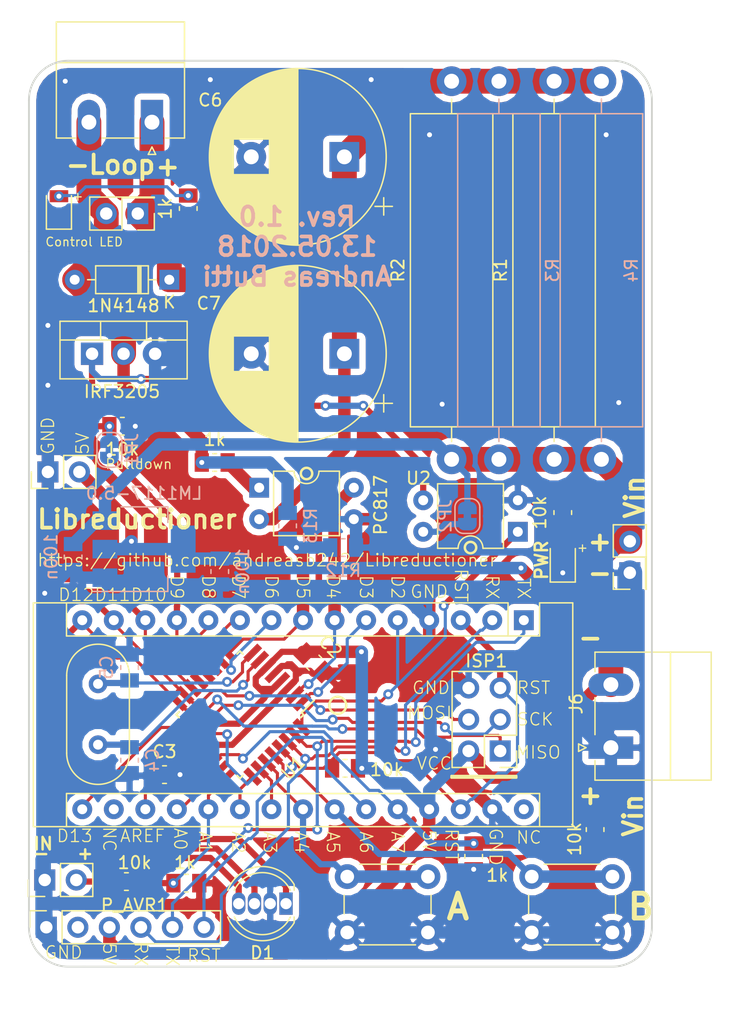
<source format=kicad_pcb>
(kicad_pcb (version 20171130) (host pcbnew 5.0.0-rc2-dev-unknown-f73b9a5~65~ubuntu16.04.1)
  (layers (0 F.Cu signal) (31 B.Cu signal) (34 B.Paste user hide) (35 F.Paste user hide) (36 B.SilkS user) (37 F.SilkS user) (38 B.Mask user) (39 F.Mask user) (44 Edge.Cuts user))
  (net 0 "")
  (net 1 /D2)
  (net 2 /RESET)
  (net 3 /A5)
  (net 4 /A4)
  (net 5 /A3)
  (net 6 /A2)
  (net 7 /A1)
  (net 8 /A0)
  (net 9 /A7)
  (net 10 GND)
  (net 11 /AREF)
  (net 12 /A6)
  (net 13 VCC)
  (net 14 /D10)
  (net 15 /D9)
  (net 16 /D8)
  (net 17 /D7)
  (net 18 /D6)
  (net 19 /D5)
  (net 20 "Net-(C5-Pad2)")
  (net 21 "Net-(C4-Pad2)")
  (net 22 /D4)
  (net 23 /D3)
  (net 24 /D0/RX)
  (net 25 /D1/TX)
  (net 26 /D11/MOSI)
  (net 27 /D13/SCK)
  (net 28 /D12/MISO)
  (net 29 "Net-(D2-Pad2)")
  (net 30 +12V)
  (net 31 "Net-(R5-Pad1)")
  (net 32 /BUFFERED12V)
  (net 33 "Net-(D4-Pad2)")
  (net 34 /VFET)
  (net 35 /FET_SIGNAL)
  (net 36 "Net-(J3-Pad2)")
  (net 37 "Net-(D3-Pad2)")
  (module Package_DIP:DIP-4_W7.62mm (layer F.Cu) (at 86.487 99.187)
    (fp_text reference U3 hide)
    (fp_text value PC817 (at 9.779 1.397 90) (layer F.SilkS))
    (pad 1 thru_hole rect (at 0 0) (size 1.6 1.6) (drill 0.8) (layers *.Cu *.Mask) (net 31 "Net-(R5-Pad1)"))
    (pad 3 thru_hole oval (at 7.62 2.54) (size 1.6 1.6) (drill 0.8) (layers *.Cu *.Mask) (net 10 GND))
    (pad 2 thru_hole oval (at 0 2.54) (size 1.6 1.6) (drill 0.8) (layers *.Cu *.Mask) (net 32 /BUFFERED12V))
    (pad 4 thru_hole oval (at 7.62 0) (size 1.6 1.6) (drill 0.8) (layers *.Cu *.Mask) (net 22 /D4))
  )
  (module Modules:Arduino_Nano (layer F.Cu) (at 107.79779 109.869952 270)
    (fp_text reference A1 hide)
    (fp_text value Arduino_Nano_v3.x)
    (pad 16 thru_hole oval (at 15.24 35.56 270) (size 1.6 1.6) (drill 0.8) (layers *.Cu *.Mask) (net 27 /D13/SCK))
    (pad 15 thru_hole oval (at 0 35.56 270) (size 1.6 1.6) (drill 0.8) (layers *.Cu *.Mask) (net 28 /D12/MISO))
    (pad 30 thru_hole oval (at 15.24 0 270) (size 1.6 1.6) (drill 0.8) (layers *.Cu *.Mask))
    (pad 14 thru_hole oval (at 0 33.02 270) (size 1.6 1.6) (drill 0.8) (layers *.Cu *.Mask) (net 26 /D11/MOSI))
    (pad 29 thru_hole oval (at 15.24 2.54 270) (size 1.6 1.6) (drill 0.8) (layers *.Cu *.Mask) (net 10 GND))
    (pad 13 thru_hole oval (at 0 30.48 270) (size 1.6 1.6) (drill 0.8) (layers *.Cu *.Mask) (net 14 /D10))
    (pad 28 thru_hole oval (at 15.24 5.08 270) (size 1.6 1.6) (drill 0.8) (layers *.Cu *.Mask) (net 2 /RESET))
    (pad 12 thru_hole oval (at 0 27.94 270) (size 1.6 1.6) (drill 0.8) (layers *.Cu *.Mask) (net 15 /D9))
    (pad 27 thru_hole oval (at 15.24 7.62 270) (size 1.6 1.6) (drill 0.8) (layers *.Cu *.Mask) (net 13 VCC))
    (pad 11 thru_hole oval (at 0 25.4 270) (size 1.6 1.6) (drill 0.8) (layers *.Cu *.Mask) (net 16 /D8))
    (pad 26 thru_hole oval (at 15.24 10.16 270) (size 1.6 1.6) (drill 0.8) (layers *.Cu *.Mask) (net 9 /A7))
    (pad 10 thru_hole oval (at 0 22.86 270) (size 1.6 1.6) (drill 0.8) (layers *.Cu *.Mask) (net 17 /D7))
    (pad 25 thru_hole oval (at 15.24 12.7 270) (size 1.6 1.6) (drill 0.8) (layers *.Cu *.Mask) (net 12 /A6))
    (pad 9 thru_hole oval (at 0 20.32 270) (size 1.6 1.6) (drill 0.8) (layers *.Cu *.Mask) (net 18 /D6))
    (pad 24 thru_hole oval (at 15.24 15.24 270) (size 1.6 1.6) (drill 0.8) (layers *.Cu *.Mask) (net 3 /A5))
    (pad 8 thru_hole oval (at 0 17.78 270) (size 1.6 1.6) (drill 0.8) (layers *.Cu *.Mask) (net 19 /D5))
    (pad 23 thru_hole oval (at 15.24 17.78 270) (size 1.6 1.6) (drill 0.8) (layers *.Cu *.Mask) (net 4 /A4))
    (pad 7 thru_hole oval (at 0 15.24 270) (size 1.6 1.6) (drill 0.8) (layers *.Cu *.Mask) (net 22 /D4))
    (pad 22 thru_hole oval (at 15.24 20.32 270) (size 1.6 1.6) (drill 0.8) (layers *.Cu *.Mask) (net 5 /A3))
    (pad 6 thru_hole oval (at 0 12.7 270) (size 1.6 1.6) (drill 0.8) (layers *.Cu *.Mask) (net 23 /D3))
    (pad 21 thru_hole oval (at 15.24 22.86 270) (size 1.6 1.6) (drill 0.8) (layers *.Cu *.Mask) (net 6 /A2))
    (pad 5 thru_hole oval (at 0 10.16 270) (size 1.6 1.6) (drill 0.8) (layers *.Cu *.Mask) (net 1 /D2))
    (pad 20 thru_hole oval (at 15.24 25.4 270) (size 1.6 1.6) (drill 0.8) (layers *.Cu *.Mask) (net 7 /A1))
    (pad 4 thru_hole oval (at 0 7.62 270) (size 1.6 1.6) (drill 0.8) (layers *.Cu *.Mask) (net 10 GND))
    (pad 19 thru_hole oval (at 15.24 27.94 270) (size 1.6 1.6) (drill 0.8) (layers *.Cu *.Mask) (net 8 /A0))
    (pad 3 thru_hole oval (at 0 5.08 270) (size 1.6 1.6) (drill 0.8) (layers *.Cu *.Mask) (net 2 /RESET))
    (pad 18 thru_hole oval (at 15.24 30.48 270) (size 1.6 1.6) (drill 0.8) (layers *.Cu *.Mask) (net 11 /AREF))
    (pad 2 thru_hole oval (at 0 2.54 270) (size 1.6 1.6) (drill 0.8) (layers *.Cu *.Mask) (net 24 /D0/RX))
    (pad 17 thru_hole oval (at 15.24 33.02 270) (size 1.6 1.6) (drill 0.8) (layers *.Cu *.Mask))
    (pad 1 thru_hole rect (at 0 0 270) (size 1.6 1.6) (drill 0.8) (layers *.Cu *.Mask) (net 25 /D1/TX))
  )
  (module Pin_Headers:Pin_Header_Straight_2x03_Pitch2.54mm (layer F.Cu) (at 105.89279 120.410952 180)
    (fp_text reference ISP1 (at 1.11779 7.253952 180) (layer F.SilkS))
    (fp_text value AVR-ISP-6)
    (pad 6 thru_hole oval (at 2.54 5.08 180) (size 1.7 1.7) (drill 1) (layers *.Cu *.Mask) (net 10 GND))
    (pad 5 thru_hole oval (at 0 5.08 180) (size 1.7 1.7) (drill 1) (layers *.Cu *.Mask) (net 2 /RESET))
    (pad 4 thru_hole oval (at 2.54 2.54 180) (size 1.7 1.7) (drill 1) (layers *.Cu *.Mask) (net 26 /D11/MOSI))
    (pad 3 thru_hole oval (at 0 2.54 180) (size 1.7 1.7) (drill 1) (layers *.Cu *.Mask) (net 27 /D13/SCK))
    (pad 2 thru_hole oval (at 2.54 0 180) (size 1.7 1.7) (drill 1) (layers *.Cu *.Mask) (net 13 VCC))
    (pad 1 thru_hole rect (at 0 0 180) (size 1.7 1.7) (drill 1) (layers *.Cu *.Mask) (net 28 /D12/MISO))
  )
  (module Crystals:Crystal_HC18-U_Vertical (layer F.Cu) (at 73.50779 119.902952 90)
    (fp_text reference Y1 hide)
    (fp_text value Crystal)
    (pad 2 thru_hole circle (at 4.9 0 90) (size 1.5 1.5) (drill 0.8) (layers *.Cu *.Mask) (net 20 "Net-(C5-Pad2)"))
    (pad 1 thru_hole circle (at 0 0 90) (size 1.5 1.5) (drill 0.8) (layers *.Cu *.Mask) (net 21 "Net-(C4-Pad2)"))
  )
  (module Package_TO_SOT_THT:TO-220-3_Vertical (layer F.Cu) (at 73.025 88.392)
    (fp_text reference Q1 hide)
    (fp_text value IRF3205 (at 2.413 3.048) (layer F.SilkS))
    (pad 1 thru_hole rect (at 0 0) (size 1.8 1.8) (drill 1) (layers *.Cu *.Mask) (net 35 /FET_SIGNAL))
    (pad 2 thru_hole oval (at 2.54 0) (size 1.8 1.8) (drill 1) (layers *.Cu *.Mask) (net 29 "Net-(D2-Pad2)"))
    (pad 3 thru_hole oval (at 5.08 0) (size 1.8 1.8) (drill 1) (layers *.Cu *.Mask) (net 10 GND))
  )
  (module Capacitor_THT:CP_Radial_D14.0mm_P7.50mm (layer F.Cu) (at 93.345 72.517 180)
    (fp_text reference C6 (at 10.795 4.572 180) (layer F.SilkS))
    (fp_text value CP)
    (pad 1 thru_hole rect (at 0 0 180) (size 2.4 2.4) (drill 1.2) (layers *.Cu *.Mask) (net 32 /BUFFERED12V))
    (pad 2 thru_hole circle (at 7.5 0 180) (size 2.4 2.4) (drill 1.2) (layers *.Cu *.Mask) (net 10 GND))
  )
  (module Capacitor_THT:CP_Radial_D14.0mm_P7.50mm (layer F.Cu) (at 93.345 88.392 180)
    (fp_text reference C7 (at 10.922 4.064 180) (layer F.SilkS))
    (fp_text value CP)
    (pad 2 thru_hole circle (at 7.5 0 180) (size 2.4 2.4) (drill 1.2) (layers *.Cu *.Mask) (net 10 GND))
    (pad 1 thru_hole rect (at 0 0 180) (size 2.4 2.4) (drill 1.2) (layers *.Cu *.Mask) (net 32 /BUFFERED12V))
  )
  (module Button_Switch_THT:SW_PUSH_6mm_H8.5mm (layer F.Cu) (at 100.076 135.0375 180)
    (fp_text reference SW_DOWN1 hide)
    (fp_text value SW_Push)
    (pad 2 thru_hole circle (at 0 4.5 270) (size 2 2) (drill 1.1) (layers *.Cu *.Mask) (net 4 /A4))
    (pad 1 thru_hole circle (at 0 0 270) (size 2 2) (drill 1.1) (layers *.Cu *.Mask) (net 10 GND))
    (pad 2 thru_hole circle (at 6.5 4.5 270) (size 2 2) (drill 1.1) (layers *.Cu *.Mask) (net 4 /A4))
    (pad 1 thru_hole circle (at 6.5 0 270) (size 2 2) (drill 1.1) (layers *.Cu *.Mask) (net 10 GND))
  )
  (module Button_Switch_THT:SW_PUSH_6mm_H8.5mm (layer F.Cu) (at 114.935 135.0375 180)
    (fp_text reference SW_UP1 hide)
    (fp_text value SW_Push)
    (pad 1 thru_hole circle (at 6.5 0 270) (size 2 2) (drill 1.1) (layers *.Cu *.Mask) (net 10 GND))
    (pad 2 thru_hole circle (at 6.5 4.5 270) (size 2 2) (drill 1.1) (layers *.Cu *.Mask) (net 3 /A5))
    (pad 1 thru_hole circle (at 0 0 270) (size 2 2) (drill 1.1) (layers *.Cu *.Mask) (net 10 GND))
    (pad 2 thru_hole circle (at 0 4.5 270) (size 2 2) (drill 1.1) (layers *.Cu *.Mask) (net 3 /A5))
  )
  (module Resistor_THT:R_Axial_Power_L25.0mm_W6.4mm_P30.48mm (layer F.Cu) (at 110.236 96.901 90)
    (fp_text reference R1 (at 15.24 -4.32 90) (layer F.SilkS))
    (fp_text value R)
    (pad 2 thru_hole oval (at 30.48 0 90) (size 2.4 2.4) (drill 1.2) (layers *.Cu *.Mask) (net 32 /BUFFERED12V))
    (pad 1 thru_hole circle (at 0 0 90) (size 2.4 2.4) (drill 1.2) (layers *.Cu *.Mask) (net 30 +12V))
  )
  (module Resistor_THT:R_Axial_Power_L25.0mm_W6.4mm_P30.48mm (layer F.Cu) (at 101.981 96.901 90)
    (fp_text reference R2 (at 15.24 -4.32 90) (layer F.SilkS))
    (fp_text value R)
    (pad 1 thru_hole circle (at 0 0 90) (size 2.4 2.4) (drill 1.2) (layers *.Cu *.Mask) (net 30 +12V))
    (pad 2 thru_hole oval (at 30.48 0 90) (size 2.4 2.4) (drill 1.2) (layers *.Cu *.Mask) (net 32 /BUFFERED12V))
  )
  (module Diode_THT:D_DO-35_SOD27_P7.62mm_Horizontal (layer F.Cu) (at 79.248 82.423 180)
    (fp_text reference D2 hide)
    (fp_text value 1N4148 (at 3.683 -2.0955 180) (layer F.SilkS))
    (fp_text user K (at 0 -1.8 180) (layer F.SilkS))
    (pad 1 thru_hole rect (at 0 0 180) (size 1.6 1.6) (drill 0.8) (layers *.Cu *.Mask) (net 32 /BUFFERED12V))
    (pad 2 thru_hole oval (at 7.62 0 180) (size 1.6 1.6) (drill 0.8) (layers *.Cu *.Mask) (net 29 "Net-(D2-Pad2)"))
  )
  (module Connector_PinHeader_2.54mm:PinHeader_2x01_P2.54mm_Vertical (layer F.Cu) (at 76.708 77.089 180)
    (fp_text reference J1 hide)
    (fp_text value Conn_01x02_Male)
    (pad 1 thru_hole rect (at 0 0 180) (size 1.7 1.7) (drill 1) (layers *.Cu *.Mask) (net 32 /BUFFERED12V))
    (pad 2 thru_hole oval (at 2.54 0 180) (size 1.7 1.7) (drill 1) (layers *.Cu *.Mask) (net 29 "Net-(D2-Pad2)"))
  )
  (module Resistor_THT:R_Axial_Power_L25.0mm_W6.4mm_P30.48mm (layer B.Cu) (at 105.791 96.901 90)
    (fp_text reference R3 (at 15.24 4.32 90) (layer B.SilkS) (effects (justify mirror)))
    (fp_text value R)
    (pad 2 thru_hole oval (at 30.48 0 90) (size 2.4 2.4) (drill 1.2) (layers *.Cu *.Mask) (net 32 /BUFFERED12V))
    (pad 1 thru_hole circle (at 0 0 90) (size 2.4 2.4) (drill 1.2) (layers *.Cu *.Mask) (net 30 +12V))
  )
  (module Resistor_THT:R_Axial_Power_L25.0mm_W6.4mm_P30.48mm (layer B.Cu) (at 114.046 96.901 90)
    (fp_text reference R4 (at 15.24 2.413 90) (layer B.SilkS) (effects (justify mirror)))
    (fp_text value R)
    (pad 1 thru_hole circle (at 0 0 90) (size 2.4 2.4) (drill 1.2) (layers *.Cu *.Mask) (net 30 +12V))
    (pad 2 thru_hole oval (at 30.48 0 90) (size 2.4 2.4) (drill 1.2) (layers *.Cu *.Mask) (net 32 /BUFFERED12V))
  )
  (module Connector_PinHeader_2.54mm:PinHeader_2x01_P2.54mm_Vertical (layer F.Cu) (at 116.332 106.045 90)
    (fp_text reference J2 hide)
    (fp_text value Conn_01x02_Male)
    (pad 1 thru_hole rect (at 0 0 90) (size 1.7 1.7) (drill 1) (layers *.Cu *.Mask) (net 10 GND))
    (pad 2 thru_hole oval (at 2.54 0 90) (size 1.7 1.7) (drill 1) (layers *.Cu *.Mask) (net 30 +12V))
  )
  (module Resistor_SMD:R_0805_2012Metric_Pad1.15x1.50mm_HandSolder (layer F.Cu) (at 82.9045 97.155 180)
    (fp_text reference R5 hide)
    (fp_text value 1k (at 0 1.85 180) (layer F.SilkS))
    (pad 2 smd rect (at 1.0425 0 180) (size 1.145 1.5) (layers F.Cu F.Paste F.Mask) (net 29 "Net-(D2-Pad2)"))
    (pad 1 smd rect (at -1.0425 0 180) (size 1.145 1.5) (layers F.Cu F.Paste F.Mask) (net 31 "Net-(R5-Pad1)"))
  )
  (module Resistor_SMD:R_0805_2012Metric_Pad1.15x1.50mm_HandSolder (layer F.Cu) (at 75.4645 94.234)
    (fp_text reference R6 hide)
    (fp_text value 10k (at 0 1.85) (layer F.SilkS))
    (pad 1 smd rect (at -1.0425 0) (size 1.145 1.5) (layers F.Cu F.Paste F.Mask) (net 35 /FET_SIGNAL))
    (pad 2 smd rect (at 1.0425 0) (size 1.145 1.5) (layers F.Cu F.Paste F.Mask) (net 10 GND))
  )
  (module Resistor_SMD:R_0805_2012Metric_Pad1.15x1.50mm_HandSolder (layer F.Cu) (at 93.39979 121.807952 180)
    (fp_text reference R10 hide)
    (fp_text value 10k (at -3.37421 -0.112048 180) (layer F.SilkS))
    (pad 1 smd rect (at -1.0425 0 180) (size 1.145 1.5) (layers F.Cu F.Paste F.Mask) (net 13 VCC))
    (pad 2 smd rect (at 1.0425 0 180) (size 1.145 1.5) (layers F.Cu F.Paste F.Mask) (net 2 /RESET))
  )
  (module Capacitor_SMD:C_0805_2012Metric_Pad1.15x1.50mm_HandSolder (layer B.Cu) (at 83.312 105.9445 270)
    (fp_text reference C8 hide)
    (fp_text value 100n (at 0 -1.85 270) (layer B.SilkS) (effects (justify mirror)))
    (pad 1 smd rect (at -1.0425 0 270) (size 1.145 1.5) (layers B.Cu B.Paste B.Mask) (net 13 VCC))
    (pad 2 smd rect (at 1.0425 0 270) (size 1.145 1.5) (layers B.Cu B.Paste B.Mask) (net 10 GND))
  )
  (module Capacitor_SMD:C_0805_2012Metric_Pad1.15x1.50mm_HandSolder (layer B.Cu) (at 71.501 104.775 270)
    (fp_text reference C9 hide)
    (fp_text value 100n (at 0 1.778 270) (layer B.SilkS) (effects (justify mirror)))
    (pad 2 smd rect (at 1.0425 0 270) (size 1.145 1.5) (layers B.Cu B.Paste B.Mask) (net 10 GND))
    (pad 1 smd rect (at -1.0425 0 270) (size 1.145 1.5) (layers B.Cu B.Paste B.Mask) (net 30 +12V))
  )
  (module Package_TO_SOT_SMD:SOT-223-3_TabPin2 (layer B.Cu) (at 77.216 104.14)
    (fp_text reference U4 hide)
    (fp_text value LM1117-5.0 (at 0 -4.5) (layer B.SilkS) (effects (justify mirror)))
    (pad 2 smd rect (at 3.15 0) (size 2 3.8) (layers B.Cu B.Paste B.Mask) (net 13 VCC))
    (pad 2 smd rect (at -3.15 0) (size 2 1.5) (layers B.Cu B.Paste B.Mask) (net 13 VCC))
    (pad 3 smd rect (at -3.15 -2.3) (size 2 1.5) (layers B.Cu B.Paste B.Mask) (net 30 +12V))
    (pad 1 smd rect (at -3.15 2.3) (size 2 1.5) (layers B.Cu B.Paste B.Mask) (net 10 GND))
  )
  (module Connector_Phoenix_MC:PhoenixContact_MC_1,5_2-G-5.08_1x02_P5.08mm_Horizontal (layer F.Cu) (at 77.851 69.723 180)
    (fp_text reference J5 hide)
    (fp_text value Conn_01x02_Male)
    (pad 1 thru_hole rect (at 0 0 180) (size 1.8 3.6) (drill 1.2) (layers *.Cu *.Mask) (net 32 /BUFFERED12V))
    (pad 2 thru_hole oval (at 5.08 0 180) (size 1.8 3.6) (drill 1.2) (layers *.Cu *.Mask) (net 29 "Net-(D2-Pad2)"))
  )
  (module Connector_Phoenix_MC:PhoenixContact_MC_1,5_2-G-5.08_1x02_P5.08mm_Horizontal (layer F.Cu) (at 114.808 120.142 90)
    (fp_text reference J6 (at 3.54 -2.8 90) (layer F.SilkS))
    (fp_text value Conn_01x02_Male)
    (pad 2 thru_hole oval (at 5.08 0 90) (size 1.8 3.6) (drill 1.2) (layers *.Cu *.Mask) (net 30 +12V))
    (pad 1 thru_hole rect (at 0 0 90) (size 1.8 3.6) (drill 1.2) (layers *.Cu *.Mask) (net 10 GND))
  )
  (module Resistor_SMD:R_0805_2012Metric_Pad1.15x1.50mm_HandSolder (layer F.Cu) (at 113.538 126.746 270)
    (fp_text reference R7 hide)
    (fp_text value 10k (at 0.762 1.651 90) (layer F.SilkS))
    (pad 2 smd rect (at 1.0425 0 270) (size 1.145 1.5) (layers F.Cu F.Paste F.Mask) (net 9 /A7))
    (pad 1 smd rect (at -1.0425 0 270) (size 1.145 1.5) (layers F.Cu F.Paste F.Mask) (net 30 +12V))
  )
  (module Resistor_SMD:R_0805_2012Metric_Pad1.15x1.50mm_HandSolder (layer F.Cu) (at 103.759 128.905 270)
    (fp_text reference R8 hide)
    (fp_text value 1k (at 1.524 -1.905) (layer F.SilkS))
    (pad 1 smd rect (at -1.0425 0 270) (size 1.145 1.5) (layers F.Cu F.Paste F.Mask) (net 9 /A7))
    (pad 2 smd rect (at 1.0425 0 270) (size 1.145 1.5) (layers F.Cu F.Paste F.Mask) (net 10 GND))
  )
  (module LED_SMD:LED_0805_2012Metric_Pad0.97x1.50mm_HandSolder (layer F.Cu) (at 70.358 76.647 90)
    (fp_text reference D3 hide)
    (fp_text value LED hide)
    (pad 1 smd rect (at -0.955 0 90) (size 0.97 1.5) (layers F.Cu F.Paste F.Mask) (net 29 "Net-(D2-Pad2)"))
    (pad 2 smd rect (at 0.955 0 90) (size 0.97 1.5) (layers F.Cu F.Paste F.Mask) (net 37 "Net-(D3-Pad2)"))
  )
  (module Resistor_SMD:R_0805_2012Metric_Pad1.15x1.50mm_HandSolder (layer F.Cu) (at 80.772 76.6815 270)
    (fp_text reference R9 hide)
    (fp_text value 1k (at 0 1.85 270) (layer F.SilkS))
    (pad 1 smd rect (at -1.0425 0 270) (size 1.145 1.5) (layers F.Cu F.Paste F.Mask) (net 37 "Net-(D3-Pad2)"))
    (pad 2 smd rect (at 1.0425 0 270) (size 1.145 1.5) (layers F.Cu F.Paste F.Mask) (net 32 /BUFFERED12V))
  )
  (module LED_SMD:LED_0805_2012Metric_Pad0.97x1.50mm_HandSolder (layer F.Cu) (at 110.9345 105.095 90)
    (fp_text reference D4 hide)
    (fp_text value LED hide)
    (pad 1 smd rect (at -0.955 0 90) (size 0.97 1.5) (layers F.Cu F.Paste F.Mask) (net 10 GND))
    (pad 2 smd rect (at 0.955 0 90) (size 0.97 1.5) (layers F.Cu F.Paste F.Mask) (net 33 "Net-(D4-Pad2)"))
  )
  (module Resistor_SMD:R_0805_2012Metric_Pad1.15x1.50mm_HandSolder (layer F.Cu) (at 110.9345 101.1925 270)
    (fp_text reference R11 hide)
    (fp_text value 10k (at 0 1.85 270) (layer F.SilkS))
    (pad 1 smd rect (at -1.0425 0 270) (size 1.145 1.5) (layers F.Cu F.Paste F.Mask) (net 30 +12V))
    (pad 2 smd rect (at 1.0425 0 270) (size 1.145 1.5) (layers F.Cu F.Paste F.Mask) (net 33 "Net-(D4-Pad2)"))
  )
  (module LED_THT:LED_D5.0mm-4 (layer F.Cu) (at 88.646 132.715 180)
    (fp_text reference D1 (at 1.905 -3.96 180) (layer F.SilkS))
    (fp_text value LED_RCGB)
    (pad 1 thru_hole rect (at 0 0 180) (size 1.07 1.8) (drill 0.9) (layers *.Cu *.Mask) (net 28 /D12/MISO))
    (pad 2 thru_hole oval (at 1.27 0 180) (size 1.07 1.8) (drill 0.9) (layers *.Cu *.Mask) (net 10 GND))
    (pad 3 thru_hole oval (at 2.54 0 180) (size 1.07 1.8) (drill 0.9) (layers *.Cu *.Mask) (net 26 /D11/MOSI))
    (pad 4 thru_hole oval (at 3.81 0 180) (size 1.07 1.8) (drill 0.9) (layers *.Cu *.Mask) (net 14 /D10))
  )
  (module Resistor_SMD:R_0805_2012Metric_Pad1.15x1.50mm_HandSolder (layer B.Cu) (at 93.2445 104.013)
    (fp_text reference R12 (at 0 1.85) (layer B.SilkS) (effects (justify mirror)))
    (fp_text value R)
    (pad 1 smd rect (at -1.0425 0) (size 1.145 1.5) (layers B.Cu B.Paste B.Mask) (net 19 /D5))
    (pad 2 smd rect (at 1.0425 0) (size 1.145 1.5) (layers B.Cu B.Paste B.Mask) (net 10 GND))
  )
  (module Resistor_SMD:R_0805_2012Metric_Pad1.15x1.50mm_HandSolder (layer B.Cu) (at 88.773 102.2615 90)
    (fp_text reference R13 (at 0 1.85 90) (layer B.SilkS) (effects (justify mirror)))
    (fp_text value R)
    (pad 2 smd rect (at 1.0425 0 90) (size 1.145 1.5) (layers B.Cu B.Paste B.Mask) (net 29 "Net-(D2-Pad2)"))
    (pad 1 smd rect (at -1.0425 0 90) (size 1.145 1.5) (layers B.Cu B.Paste B.Mask) (net 19 /D5))
  )
  (module Package_DIP:DIP-4_W7.62mm (layer F.Cu) (at 107.315 102.743 180)
    (fp_text reference U2 (at 8.001 4.318) (layer F.SilkS))
    (fp_text value PC817)
    (pad 1 thru_hole rect (at 0 0 180) (size 1.6 1.6) (drill 0.8) (layers *.Cu *.Mask) (net 1 /D2))
    (pad 3 thru_hole oval (at 7.62 2.54 180) (size 1.6 1.6) (drill 0.8) (layers *.Cu *.Mask) (net 35 /FET_SIGNAL))
    (pad 2 thru_hole oval (at 0 2.54 180) (size 1.6 1.6) (drill 0.8) (layers *.Cu *.Mask) (net 10 GND))
    (pad 4 thru_hole oval (at 7.62 0 180) (size 1.6 1.6) (drill 0.8) (layers *.Cu *.Mask) (net 34 /VFET))
  )
  (module Jumper:SolderJumper-2_P1.3mm_Bridged_RoundedPad1.0x1.5mm (layer B.Cu) (at 74.422 96.139 90)
    (fp_text reference JP1 (at 0 1.8 90) (layer B.SilkS) (effects (justify mirror)))
    (fp_text value SolderJumper_2_Bridged)
    (pad 2 smd rect (at 0.4 0 90) (size 0.5 1.5) (layers B.Cu B.Mask) (net 35 /FET_SIGNAL))
    (pad 1 smd rect (at -0.4 0 90) (size 0.5 1.5) (layers B.Cu B.Mask) (net 15 /D9))
    (pad 1 smd roundrect (at -0.65 0 90) (size 1 1.5) (layers B.Cu B.Mask) (roundrect_rratio 0.5) (net 15 /D9))
    (pad 2 smd roundrect (at 0.65 0 90) (size 1 1.5) (layers B.Cu B.Mask) (roundrect_rratio 0.5) (net 35 /FET_SIGNAL))
    (pad 1 smd rect (at 0 0 90) (size 0.5 0.6) (layers B.Cu B.Mask) (net 15 /D9))
  )
  (module Jumper:SolderJumper-2_P1.3mm_Bridged_RoundedPad1.0x1.5mm (layer B.Cu) (at 103.251 101.473 270)
    (fp_text reference JP2 (at 0 1.8 270) (layer B.SilkS) (effects (justify mirror)))
    (fp_text value SolderJumper_2_Bridged)
    (pad 1 smd rect (at 0 0 270) (size 0.5 0.6) (layers B.Cu B.Mask) (net 30 +12V))
    (pad 2 smd roundrect (at 0.65 0 270) (size 1 1.5) (layers B.Cu B.Mask) (roundrect_rratio 0.5) (net 34 /VFET))
    (pad 1 smd roundrect (at -0.65 0 270) (size 1 1.5) (layers B.Cu B.Mask) (roundrect_rratio 0.5) (net 30 +12V))
    (pad 1 smd rect (at -0.4 0 270) (size 0.5 1.5) (layers B.Cu B.Mask) (net 30 +12V))
    (pad 2 smd rect (at 0.4 0 270) (size 0.5 1.5) (layers B.Cu B.Mask) (net 34 /VFET))
  )
  (module Connector_PinSocket_2.54mm:PinSocket_1x06_P2.54mm_Vertical (layer F.Cu) (at 69.342 134.62 90)
    (fp_text reference P_AVR1 (at 1.778 7.112 180) (layer F.SilkS))
    (fp_text value Conn_01x06_Female)
    (pad 1 thru_hole rect (at 0 0 90) (size 1.7 1.7) (drill 1) (layers *.Cu *.Mask) (net 10 GND))
    (pad 2 thru_hole oval (at 0 2.54 90) (size 1.7 1.7) (drill 1) (layers *.Cu *.Mask))
    (pad 3 thru_hole oval (at 0 5.08 90) (size 1.7 1.7) (drill 1) (layers *.Cu *.Mask) (net 13 VCC))
    (pad 4 thru_hole oval (at 0 7.62 90) (size 1.7 1.7) (drill 1) (layers *.Cu *.Mask) (net 24 /D0/RX))
    (pad 5 thru_hole oval (at 0 10.16 90) (size 1.7 1.7) (drill 1) (layers *.Cu *.Mask) (net 25 /D1/TX))
    (pad 6 thru_hole oval (at 0 12.7 90) (size 1.7 1.7) (drill 1) (layers *.Cu *.Mask) (net 2 /RESET))
  )
  (module Resistor_SMD:R_0805_2012Metric_Pad1.15x1.50mm_HandSolder (layer F.Cu) (at 75.7925 130.937)
    (fp_text reference R14 hide)
    (fp_text value 10k (at 0.6615 -1.524) (layer F.SilkS))
    (pad 2 smd rect (at 1.0425 0) (size 1.145 1.5) (layers F.Cu F.Paste F.Mask) (net 7 /A1))
    (pad 1 smd rect (at -1.0425 0) (size 1.145 1.5) (layers F.Cu F.Paste F.Mask) (net 36 "Net-(J3-Pad2)"))
  )
  (module Resistor_SMD:R_0805_2012Metric_Pad1.15x1.50mm_HandSolder (layer F.Cu) (at 80.6185 131.064)
    (fp_text reference R15 hide)
    (fp_text value 1k (at -0.1005 -1.651) (layer F.SilkS))
    (pad 1 smd rect (at -1.0425 0) (size 1.145 1.5) (layers F.Cu F.Paste F.Mask) (net 7 /A1))
    (pad 2 smd rect (at 1.0425 0) (size 1.145 1.5) (layers F.Cu F.Paste F.Mask) (net 10 GND))
  )
  (module Connector_PinHeader_2.54mm:PinHeader_1x02_P2.54mm_Vertical (layer F.Cu) (at 69.215 130.81 90)
    (fp_text reference J3 hide)
    (fp_text value Conn_01x02_Male)
    (pad 1 thru_hole rect (at 0 0 90) (size 1.7 1.7) (drill 1) (layers *.Cu *.Mask) (net 10 GND))
    (pad 2 thru_hole oval (at 0 2.54 90) (size 1.7 1.7) (drill 1) (layers *.Cu *.Mask) (net 36 "Net-(J3-Pad2)"))
  )
  (module Connector_PinHeader_2.54mm:PinHeader_1x02_P2.54mm_Vertical (layer F.Cu) (at 69.469 97.917 90)
    (fp_text reference J4 hide)
    (fp_text value Conn_01x02_Male)
    (pad 1 thru_hole rect (at 0 0 90) (size 1.7 1.7) (drill 1) (layers *.Cu *.Mask) (net 10 GND))
    (pad 2 thru_hole oval (at 0 2.54 90) (size 1.7 1.7) (drill 1) (layers *.Cu *.Mask) (net 13 VCC))
  )
  (module Capacitor_SMD:C_0805_2012Metric_Pad1.15x1.50mm_HandSolder (layer F.Cu) (at 90.90679 113.298952 315)
    (fp_text reference C2 (at 0 -1.85 315) (layer F.SilkS))
    (fp_text value 100n)
    (pad 1 smd rect (at -1.0425 0 315) (size 1.145 1.5) (layers F.Cu F.Paste F.Mask) (net 13 VCC))
    (pad 2 smd rect (at 1.0425 0 315) (size 1.145 1.5) (layers F.Cu F.Paste F.Mask) (net 10 GND))
  )
  (module Capacitor_SMD:C_0805_2012Metric_Pad1.15x1.50mm_HandSolder (layer F.Cu) (at 78.86179 122.315952)
    (fp_text reference C3 (at 0 -1.85) (layer F.SilkS))
    (fp_text value 100n)
    (pad 2 smd rect (at 1.0425 0) (size 1.145 1.5) (layers F.Cu F.Paste F.Mask) (net 10 GND))
    (pad 1 smd rect (at -1.0425 0) (size 1.145 1.5) (layers F.Cu F.Paste F.Mask) (net 11 /AREF))
  )
  (module Capacitor_SMD:C_0805_2012Metric_Pad1.15x1.50mm_HandSolder (layer B.Cu) (at 76.04779 121.152952 90)
    (fp_text reference C4 (at 0 1.85 90) (layer B.SilkS) (effects (justify mirror)))
    (fp_text value 22n)
    (pad 2 smd rect (at 1.0425 0 90) (size 1.145 1.5) (layers B.Cu B.Paste B.Mask) (net 21 "Net-(C4-Pad2)"))
    (pad 1 smd rect (at -1.0425 0 90) (size 1.145 1.5) (layers B.Cu B.Paste B.Mask) (net 10 GND))
  )
  (module Capacitor_SMD:C_0805_2012Metric_Pad1.15x1.50mm_HandSolder (layer B.Cu) (at 76.04779 113.679952 270)
    (fp_text reference C5 (at 0 1.85 270) (layer B.SilkS) (effects (justify mirror)))
    (fp_text value 22n)
    (pad 1 smd rect (at -1.0425 0 270) (size 1.145 1.5) (layers B.Cu B.Paste B.Mask) (net 10 GND))
    (pad 2 smd rect (at 1.0425 0 270) (size 1.145 1.5) (layers B.Cu B.Paste B.Mask) (net 20 "Net-(C5-Pad2)"))
  )
  (module Package_QFP:TQFP-32_7x7mm_P0.8mm (layer F.Cu) (at 84.93779 117.489952 225)
    (fp_text reference U1 (at 0 -6.05 225) (layer F.SilkS))
    (fp_text value ATMEGA168A-AU)
    (pad 1 smd rect (at -4.25 -2.8 225) (size 1.6 0.55) (layers F.Cu F.Paste F.Mask) (net 23 /D3))
    (pad 2 smd rect (at -4.25 -2 225) (size 1.6 0.55) (layers F.Cu F.Paste F.Mask) (net 22 /D4))
    (pad 3 smd rect (at -4.25 -1.2 225) (size 1.6 0.55) (layers F.Cu F.Paste F.Mask) (net 10 GND))
    (pad 4 smd rect (at -4.25 -0.4 225) (size 1.6 0.55) (layers F.Cu F.Paste F.Mask) (net 13 VCC))
    (pad 5 smd rect (at -4.25 0.4 225) (size 1.6 0.55) (layers F.Cu F.Paste F.Mask) (net 10 GND))
    (pad 6 smd rect (at -4.25 1.2 225) (size 1.6 0.55) (layers F.Cu F.Paste F.Mask) (net 13 VCC))
    (pad 7 smd rect (at -4.25 2 225) (size 1.6 0.55) (layers F.Cu F.Paste F.Mask) (net 21 "Net-(C4-Pad2)"))
    (pad 8 smd rect (at -4.25 2.8 225) (size 1.6 0.55) (layers F.Cu F.Paste F.Mask) (net 20 "Net-(C5-Pad2)"))
    (pad 9 smd rect (at -2.8 4.25 315) (size 1.6 0.55) (layers F.Cu F.Paste F.Mask) (net 19 /D5))
    (pad 10 smd rect (at -2 4.25 315) (size 1.6 0.55) (layers F.Cu F.Paste F.Mask) (net 18 /D6))
    (pad 11 smd rect (at -1.2 4.25 315) (size 1.6 0.55) (layers F.Cu F.Paste F.Mask) (net 17 /D7))
    (pad 12 smd rect (at -0.4 4.25 315) (size 1.6 0.55) (layers F.Cu F.Paste F.Mask) (net 16 /D8))
    (pad 13 smd rect (at 0.4 4.25 315) (size 1.6 0.55) (layers F.Cu F.Paste F.Mask) (net 15 /D9))
    (pad 14 smd rect (at 1.2 4.25 315) (size 1.6 0.55) (layers F.Cu F.Paste F.Mask) (net 14 /D10))
    (pad 15 smd rect (at 2 4.25 315) (size 1.6 0.55) (layers F.Cu F.Paste F.Mask) (net 26 /D11/MOSI))
    (pad 16 smd rect (at 2.8 4.25 315) (size 1.6 0.55) (layers F.Cu F.Paste F.Mask) (net 28 /D12/MISO))
    (pad 17 smd rect (at 4.25 2.8 225) (size 1.6 0.55) (layers F.Cu F.Paste F.Mask) (net 27 /D13/SCK))
    (pad 18 smd rect (at 4.25 2 225) (size 1.6 0.55) (layers F.Cu F.Paste F.Mask) (net 13 VCC))
    (pad 19 smd rect (at 4.25 1.2 225) (size 1.6 0.55) (layers F.Cu F.Paste F.Mask) (net 12 /A6))
    (pad 20 smd rect (at 4.25 0.4 225) (size 1.6 0.55) (layers F.Cu F.Paste F.Mask) (net 11 /AREF))
    (pad 21 smd rect (at 4.25 -0.4 225) (size 1.6 0.55) (layers F.Cu F.Paste F.Mask) (net 10 GND))
    (pad 22 smd rect (at 4.25 -1.2 225) (size 1.6 0.55) (layers F.Cu F.Paste F.Mask) (net 9 /A7))
    (pad 23 smd rect (at 4.25 -2 225) (size 1.6 0.55) (layers F.Cu F.Paste F.Mask) (net 8 /A0))
    (pad 24 smd rect (at 4.25 -2.8 225) (size 1.6 0.55) (layers F.Cu F.Paste F.Mask) (net 7 /A1))
    (pad 25 smd rect (at 2.8 -4.25 315) (size 1.6 0.55) (layers F.Cu F.Paste F.Mask) (net 6 /A2))
    (pad 26 smd rect (at 2 -4.25 315) (size 1.6 0.55) (layers F.Cu F.Paste F.Mask) (net 5 /A3))
    (pad 27 smd rect (at 1.2 -4.25 315) (size 1.6 0.55) (layers F.Cu F.Paste F.Mask) (net 4 /A4))
    (pad 28 smd rect (at 0.4 -4.25 315) (size 1.6 0.55) (layers F.Cu F.Paste F.Mask) (net 3 /A5))
    (pad 29 smd rect (at -0.4 -4.25 315) (size 1.6 0.55) (layers F.Cu F.Paste F.Mask) (net 2 /RESET))
    (pad 30 smd rect (at -1.2 -4.25 315) (size 1.6 0.55) (layers F.Cu F.Paste F.Mask) (net 24 /D0/RX))
    (pad 31 smd rect (at -2 -4.25 315) (size 1.6 0.55) (layers F.Cu F.Paste F.Mask) (net 25 /D1/TX))
    (pad 32 smd rect (at -2.8 -4.25 315) (size 1.6 0.55) (layers F.Cu F.Paste F.Mask) (net 1 /D2))
  )
  (gr_text IN (at 68.199 127.889) (layer F.SilkS) (effects (font (size 1 1) (thickness 0.2)) (justify left)))
  (gr_text 5V (at 72.263 95.631 90) (layer F.SilkS) (effects (font (size 1 1) (thickness 0.1))))
  (gr_text GND (at 69.469 94.996 90) (layer F.SilkS) (effects (font (size 1 1) (thickness 0.1))))
  (gr_text "Control LED" (at 72.39 79.375) (layer F.SilkS) (effects (font (size 0.7 0.7) (thickness 0.1))))
  (gr_text + (at 112.522 104.013) (layer F.SilkS) (effects (font (size 0.7 0.7) (thickness 0.1))))
  (gr_text + (at 71.882 75.692) (layer F.SilkS) (effects (font (size 0.7 0.7) (thickness 0.1))))
  (gr_text "-   +" (at 68.199 128.651) (layer F.SilkS) (effects (font (size 1 1) (thickness 0.2)) (justify left)))
  (gr_text 5V (at 74.422 136.779 270) (layer F.SilkS) (effects (font (size 1 1) (thickness 0.1))))
  (gr_text RST (at 82.042 136.906) (layer F.SilkS) (effects (font (size 1 1) (thickness 0.1))))
  (gr_circle (center 90.297 98.044) (end 90.043 98.425) (layer F.SilkS) (width 0.2))
  (gr_circle (center 103.505 104.013) (end 103.251 104.394) (layer F.SilkS) (width 0.2))
  (gr_text Pulldown (at 74.041 97.282) (layer F.SilkS) (effects (font (size 0.8 0.8) (thickness 0.1)) (justify left)))
  (gr_text "Rev. 1.0\n13.05.2018\nAndreas Butti" (at 89.535 79.756) (layer B.SilkS) (effects (font (size 1.5 1.5) (thickness 0.3)) (justify mirror)))
  (gr_line (start 118.11 134.62) (end 118.11 80.137) (layer Edge.Cuts) (width 0.15))
  (gr_line (start 67.945 134.62) (end 67.945 80.137) (layer Edge.Cuts) (width 0.15))
  (gr_text PWR (at 109.22 105.029 90) (layer F.SilkS) (effects (font (size 1 1) (thickness 0.2))))
  (gr_line (start 101.981 122.428) (end 101.981 122.555) (layer F.SilkS) (width 0.2))
  (gr_line (start 101.981 122.555) (end 101.981 122.428) (layer F.SilkS) (width 0.2))
  (gr_line (start 107.188 122.555) (end 101.981 122.555) (layer F.SilkS) (width 0.2))
  (gr_line (start 107.188 122.428) (end 107.188 122.555) (layer F.SilkS) (width 0.2))
  (gr_line (start 101.981 122.428) (end 107.188 122.428) (layer F.SilkS) (width 0.2))
  (gr_text GND (at 100.33 115.316) (layer F.SilkS) (effects (font (size 1 1) (thickness 0.1))))
  (gr_text MOSI (at 100.203 117.348) (layer F.SilkS) (effects (font (size 1 1) (thickness 0.1))))
  (gr_text VCC (at 100.584 121.412) (layer F.SilkS) (effects (font (size 1 1) (thickness 0.1))))
  (gr_text MISO (at 108.966 120.523) (layer F.SilkS) (effects (font (size 1 1) (thickness 0.1))))
  (gr_text SCK (at 108.712 117.856) (layer F.SilkS) (effects (font (size 1 1) (thickness 0.1))))
  (gr_text RST (at 108.585 115.316) (layer F.SilkS) (effects (font (size 1 1) (thickness 0.1))))
  (gr_text NC (at 108.204 127.381) (layer F.SilkS) (effects (font (size 1 1) (thickness 0.1))))
  (gr_text https://github.com/andreasb242/Libreductioner (at 87.122 105.029) (layer F.SilkS) (effects (font (size 1 1) (thickness 0.1))))
  (gr_text TX (at 79.502 136.906 270) (layer F.SilkS) (effects (font (size 1 1) (thickness 0.1))))
  (gr_text RX (at 76.962 136.779 270) (layer F.SilkS) (effects (font (size 1 1) (thickness 0.1))))
  (gr_text GND (at 70.739 136.652) (layer F.SilkS) (effects (font (size 1 1) (thickness 0.1))))
  (gr_text GND (at 105.537 128.143 270) (layer F.SilkS) (effects (font (size 1 1) (thickness 0.1))))
  (gr_line (start 114.935 64.77) (end 113.665 64.77) (layer Edge.Cuts) (width 0.15))
  (gr_line (start 118.11 70.104) (end 118.11 67.945) (layer Edge.Cuts) (width 0.15))
  (gr_line (start 118.11 80.137) (end 118.11 70.104) (layer Edge.Cuts) (width 0.15))
  (gr_line (start 67.945 80.137) (end 67.945 67.945) (layer Edge.Cuts) (width 0.15))
  (gr_text - (at 113.157 111.252) (layer F.SilkS) (effects (font (size 1.5 1.5) (thickness 0.3))))
  (gr_text + (at 113.157 123.952) (layer F.SilkS) (effects (font (size 1.5 1.5) (thickness 0.3))))
  (gr_text Vin (at 116.586 125.603 90) (layer F.SilkS) (effects (font (size 1.5 1.5) (thickness 0.3))))
  (gr_text Vin (at 116.713 99.949 90) (layer F.SilkS) (effects (font (size 1.5 1.5) (thickness 0.3))))
  (gr_text + (at 113.919 103.505) (layer F.SilkS) (effects (font (size 1.5 1.5) (thickness 0.3))))
  (gr_text - (at 113.919 106.045) (layer F.SilkS) (effects (font (size 1.5 1.5) (thickness 0.3))))
  (gr_text B (at 117.221 132.969) (layer F.SilkS) (effects (font (size 2 2) (thickness 0.4))))
  (gr_text A (at 102.489 132.969) (layer F.SilkS) (effects (font (size 2 2) (thickness 0.4))))
  (gr_text Loop (at 75.438 73.152) (layer F.SilkS) (effects (font (size 1.5 1.5) (thickness 0.3))))
  (gr_text - (at 71.882 73.152) (layer F.SilkS) (effects (font (size 1.5 1.5) (thickness 0.3))))
  (gr_text + (at 79.121 73.279) (layer F.SilkS) (effects (font (size 1.5 1.5) (thickness 0.3))))
  (gr_line (start 113.665 64.77) (end 71.12 64.77) (layer Edge.Cuts) (width 0.15))
  (gr_arc (start 71.12 67.945) (end 71.12 64.77) (angle -90) (layer Edge.Cuts) (width 0.15))
  (gr_arc (start 114.935 67.945) (end 118.11 67.945) (angle -90) (layer Edge.Cuts) (width 0.15))
  (gr_line (start 72.39 137.795) (end 71.12 137.795) (layer Edge.Cuts) (width 0.15))
  (gr_text Libreductioner (at 68.453 101.727) (layer F.SilkS) (effects (font (size 1.5 1.5) (thickness 0.3)) (justify left)))
  (gr_text D13 (at 71.628 127.254) (layer F.SilkS) (effects (font (size 1 1) (thickness 0.1))))
  (gr_text NC (at 74.422 127.508 270) (layer F.SilkS) (effects (font (size 1 1) (thickness 0.1))))
  (gr_text AREF (at 77.089 127.254) (layer F.SilkS) (effects (font (size 1 1) (thickness 0.1))))
  (gr_text A1 (at 82.14379 127.776952 270) (layer F.SilkS) (effects (font (size 1 1) (thickness 0.1))))
  (gr_text A3 (at 87.35079 127.776952 270) (layer F.SilkS) (effects (font (size 1 1) (thickness 0.1))))
  (gr_text A0 (at 80.137 127.508 270) (layer F.SilkS) (effects (font (size 1 1) (thickness 0.1))))
  (gr_text A2 (at 84.81079 127.776952 270) (layer F.SilkS) (effects (font (size 1 1) (thickness 0.1))))
  (gr_text A5 (at 92.43079 127.776952 270) (layer F.SilkS) (effects (font (size 1 1) (thickness 0.1))))
  (gr_text A4 (at 89.89079 127.776952 270) (layer F.SilkS) (effects (font (size 1 1) (thickness 0.1))))
  (gr_text A6 (at 95.09779 127.776952 270) (layer F.SilkS) (effects (font (size 1 1) (thickness 0.1))))
  (gr_text A7 (at 97.63779 127.776952 270) (layer F.SilkS) (effects (font (size 1 1) (thickness 0.1))))
  (gr_text 5V (at 100.17779 127.649952 270) (layer F.SilkS) (effects (font (size 1 1) (thickness 0.1))))
  (gr_text RST (at 101.981 128.016 270) (layer F.SilkS) (effects (font (size 1 1) (thickness 0.1))))
  (gr_text D12 (at 71.755 107.823) (layer F.SilkS) (effects (font (size 1 1) (thickness 0.1))))
  (gr_text D9 (at 79.85779 107.202952 270) (layer F.SilkS) (effects (font (size 1 1) (thickness 0.1))))
  (gr_text D8 (at 82.39779 107.202952 270) (layer F.SilkS) (effects (font (size 1 1) (thickness 0.1))))
  (gr_text D10 (at 77.597 107.823) (layer F.SilkS) (effects (font (size 1 1) (thickness 0.1))))
  (gr_text D11 (at 74.676 107.823) (layer F.SilkS) (effects (font (size 1 1) (thickness 0.1))))
  (gr_text D6 (at 87.47779 107.202952 270) (layer F.SilkS) (effects (font (size 1 1) (thickness 0.1))))
  (gr_text D5 (at 90.01779 107.202952 270) (layer F.SilkS) (effects (font (size 1 1) (thickness 0.1))))
  (gr_text D7 (at 84.81079 107.202952 270) (layer F.SilkS) (effects (font (size 1 1) (thickness 0.1))))
  (gr_text D4 (at 92.43079 107.202952 270) (layer F.SilkS) (effects (font (size 1 1) (thickness 0.1))))
  (gr_text D3 (at 95.09779 107.202952 270) (layer F.SilkS) (effects (font (size 1 1) (thickness 0.1))))
  (gr_text RST (at 102.743 107.061 270) (layer F.SilkS) (effects (font (size 1 1) (thickness 0.1))))
  (gr_text GND (at 100.17779 107.569) (layer F.SilkS) (effects (font (size 1 1) (thickness 0.1))))
  (gr_text D2 (at 97.63779 107.202952 270) (layer F.SilkS) (effects (font (size 1 1) (thickness 0.1))))
  (gr_text RX (at 105.25779 107.202952 270) (layer F.SilkS) (effects (font (size 1 1) (thickness 0.1))))
  (gr_text TX (at 107.79779 107.315 270) (layer F.SilkS) (effects (font (size 1 1) (thickness 0.1))))
  (gr_circle (center 92.81179 116.727952) (end 92.55779 117.362952) (layer F.SilkS) (width 0.2))
  (gr_line (start 72.39 137.795) (end 114.935 137.795) (layer Edge.Cuts) (width 0.15))
  (gr_arc (start 71.12 134.62) (end 67.945 134.62) (angle -90) (layer Edge.Cuts) (width 0.15))
  (gr_arc (start 114.935 134.62) (end 114.935 137.795) (angle -90) (layer Edge.Cuts) (width 0.15))
  (segment (start 96.330791 116.383951) (end 96.475791 116.238951) (width 0.25) (layer F.Cu) (net 1))
  (segment (start 89.922893 117.527847) (end 91.066789 116.383951) (width 0.25) (layer F.Cu) (net 1))
  (segment (start 96.475791 116.238951) (end 96.87579 115.838952) (width 0.25) (layer F.Cu) (net 1))
  (segment (start 91.066789 116.383951) (end 96.330791 116.383951) (width 0.25) (layer F.Cu) (net 1))
  (segment (start 89.922893 118.515257) (end 89.922893 117.527847) (width 0.25) (layer F.Cu) (net 1))
  (segment (start 97.63779 109.869952) (end 97.63779 115.076952) (width 0.25) (layer B.Cu) (net 1))
  (segment (start 97.63779 115.076952) (end 97.275789 115.438953) (width 0.25) (layer B.Cu) (net 1))
  (segment (start 97.275789 115.438953) (end 96.87579 115.838952) (width 0.25) (layer B.Cu) (net 1))
  (via (at 96.87579 115.838952) (size 0.8) (drill 0.4) (layers F.Cu B.Cu) (net 1))
  (segment (start 97.63779 115.076952) (end 97.648048 115.076952) (width 0.25) (layer B.Cu) (net 1))
  (segment (start 97.648048 115.076952) (end 101.473 111.252) (width 0.25) (layer B.Cu) (net 1))
  (via (at 101.346 108.712) (size 0.8) (drill 0.4) (layers F.Cu B.Cu) (net 1))
  (segment (start 101.473 108.839) (end 101.346 108.712) (width 0.25) (layer B.Cu) (net 1))
  (segment (start 101.473 111.252) (end 101.473 108.839) (width 0.25) (layer B.Cu) (net 1))
  (segment (start 101.745999 108.312001) (end 107.315 102.743) (width 0.5) (layer F.Cu) (net 1))
  (segment (start 101.346 108.712) (end 101.745999 108.312001) (width 0.5) (layer F.Cu) (net 1))
  (segment (start 88.225837 120.212313) (end 89.186476 121.172952) (width 0.25) (layer F.Cu) (net 2))
  (segment (start 89.12879 121.680952) (end 89.186476 121.623266) (width 0.25) (layer F.Cu) (net 2))
  (segment (start 89.186476 121.623266) (end 89.186476 121.172952) (width 0.25) (layer F.Cu) (net 2))
  (via (at 89.12879 121.680952) (size 0.8) (drill 0.4) (layers F.Cu B.Cu) (net 2))
  (segment (start 107.28979 121.298954) (end 107.28979 116.727952) (width 0.25) (layer B.Cu) (net 2))
  (segment (start 107.28979 116.727952) (end 105.89279 115.330952) (width 0.25) (layer B.Cu) (net 2))
  (segment (start 105.76579 122.188952) (end 106.399792 122.188952) (width 0.25) (layer B.Cu) (net 2))
  (segment (start 106.399792 122.188952) (end 107.28979 121.298954) (width 0.25) (layer B.Cu) (net 2))
  (segment (start 103.644789 124.309953) (end 105.76579 122.188952) (width 0.25) (layer B.Cu) (net 2))
  (segment (start 102.71779 125.109952) (end 103.517789 124.309953) (width 0.25) (layer B.Cu) (net 2))
  (segment (start 103.517789 124.309953) (end 103.644789 124.309953) (width 0.25) (layer B.Cu) (net 2))
  (segment (start 102.71779 109.869952) (end 105.89279 113.044952) (width 0.5) (layer F.Cu) (net 2))
  (segment (start 105.89279 113.044952) (end 105.89279 115.330952) (width 0.5) (layer F.Cu) (net 2))
  (segment (start 96.24079 120.537952) (end 96.897836 121.194998) (width 0.25) (layer F.Cu) (net 2))
  (segment (start 98.802836 121.194998) (end 101.917791 124.309953) (width 0.25) (layer F.Cu) (net 2))
  (segment (start 92.93879 120.537952) (end 96.24079 120.537952) (width 0.25) (layer F.Cu) (net 2))
  (segment (start 96.897836 121.194998) (end 98.802836 121.194998) (width 0.25) (layer F.Cu) (net 2))
  (segment (start 101.917791 124.309953) (end 102.71779 125.109952) (width 0.25) (layer F.Cu) (net 2))
  (segment (start 91.66879 121.807952) (end 92.93879 120.537952) (width 0.25) (layer F.Cu) (net 2))
  (segment (start 89.821476 121.807952) (end 91.66879 121.807952) (width 0.25) (layer F.Cu) (net 2))
  (segment (start 89.186476 121.172952) (end 89.821476 121.807952) (width 0.25) (layer F.Cu) (net 2))
  (segment (start 89.12879 121.680952) (end 86.323002 124.48674) (width 0.25) (layer B.Cu) (net 2))
  (segment (start 85.632174 127.471004) (end 82.042 131.061178) (width 0.25) (layer B.Cu) (net 2))
  (segment (start 86.323002 124.48674) (end 86.323002 126.967004) (width 0.25) (layer B.Cu) (net 2))
  (segment (start 82.042 131.061178) (end 82.042 133.417919) (width 0.25) (layer B.Cu) (net 2))
  (segment (start 82.042 133.417919) (end 82.042 134.62) (width 0.25) (layer B.Cu) (net 2))
  (segment (start 86.323002 126.967004) (end 85.819002 127.471004) (width 0.25) (layer B.Cu) (net 2))
  (segment (start 85.819002 127.471004) (end 85.632174 127.471004) (width 0.25) (layer B.Cu) (net 2))
  (segment (start 92.55779 125.109952) (end 89.853791 122.405953) (width 0.25) (layer F.Cu) (net 3))
  (segment (start 88.296546 121.414394) (end 87.660151 120.777999) (width 0.25) (layer F.Cu) (net 3))
  (segment (start 88.403789 121.521637) (end 88.296546 121.414394) (width 0.25) (layer F.Cu) (net 3))
  (segment (start 88.403789 122.028953) (end 88.403789 121.521637) (width 0.25) (layer F.Cu) (net 3))
  (segment (start 88.780789 122.405953) (end 88.403789 122.028953) (width 0.25) (layer F.Cu) (net 3))
  (segment (start 89.853791 122.405953) (end 88.780789 122.405953) (width 0.25) (layer F.Cu) (net 3))
  (segment (start 108.435 130.5375) (end 114.935 130.5375) (width 1) (layer B.Cu) (net 3))
  (segment (start 107.435001 129.537501) (end 108.435 130.5375) (width 0.5) (layer B.Cu) (net 3))
  (segment (start 96.160339 128.712501) (end 106.610001 128.712501) (width 0.5) (layer B.Cu) (net 3))
  (segment (start 92.55779 125.109952) (end 96.160339 128.712501) (width 0.5) (layer B.Cu) (net 3))
  (segment (start 106.610001 128.712501) (end 107.435001 129.537501) (width 0.5) (layer B.Cu) (net 3))
  (segment (start 87.953778 122.202996) (end 87.730861 121.980079) (width 0.25) (layer F.Cu) (net 4))
  (segment (start 87.730861 121.980079) (end 87.094466 121.343684) (width 0.25) (layer F.Cu) (net 4))
  (segment (start 90.01779 125.109952) (end 87.953778 123.04594) (width 0.25) (layer F.Cu) (net 4))
  (segment (start 87.953778 123.04594) (end 87.953778 122.202996) (width 0.25) (layer F.Cu) (net 4))
  (segment (start 90.01779 125.109952) (end 90.01779 124.982952) (width 0.25) (layer F.Cu) (net 4))
  (segment (start 93.576 130.5375) (end 100.076 130.5375) (width 1) (layer B.Cu) (net 4))
  (segment (start 92.576001 129.537501) (end 91.437501 129.537501) (width 0.5) (layer B.Cu) (net 4))
  (segment (start 93.576 130.5375) (end 92.576001 129.537501) (width 0.5) (layer B.Cu) (net 4))
  (segment (start 90.01779 128.11779) (end 90.01779 125.109952) (width 0.5) (layer B.Cu) (net 4))
  (segment (start 91.437501 129.537501) (end 90.01779 128.11779) (width 0.5) (layer B.Cu) (net 4))
  (segment (start 87.47779 125.109952) (end 87.47779 122.823952) (width 0.25) (layer F.Cu) (net 5))
  (segment (start 87.47779 122.823952) (end 86.563207 121.909369) (width 0.25) (layer F.Cu) (net 5))
  (segment (start 86.563207 121.909369) (end 86.52878 121.909369) (width 0.25) (layer F.Cu) (net 5))
  (segment (start 87.47779 125.109952) (end 87.09679 125.109952) (width 0.25) (layer F.Cu) (net 5))
  (segment (start 84.93779 125.109952) (end 84.93779 123.50036) (width 0.25) (layer F.Cu) (net 6))
  (segment (start 84.93779 123.50036) (end 85.963095 122.475055) (width 0.25) (layer F.Cu) (net 6))
  (segment (start 82.39779 125.109952) (end 82.39779 123.98975) (width 0.25) (layer F.Cu) (net 7))
  (segment (start 82.39779 123.98975) (end 83.912485 122.475055) (width 0.25) (layer F.Cu) (net 7))
  (segment (start 82.39779 125.109952) (end 81.76279 125.109952) (width 0.25) (layer F.Cu) (net 7))
  (segment (start 76.962 131.064) (end 76.835 130.937) (width 0.5) (layer F.Cu) (net 7))
  (segment (start 79.576 131.064) (end 76.962 131.064) (width 0.5) (layer F.Cu) (net 7))
  (via (at 79.576 131.064) (size 0.8) (drill 0.4) (layers F.Cu B.Cu) (net 7))
  (segment (start 82.39779 128.24221) (end 79.576 131.064) (width 0.25) (layer B.Cu) (net 7))
  (segment (start 82.39779 125.109952) (end 82.39779 128.24221) (width 0.25) (layer B.Cu) (net 7))
  (segment (start 79.85779 125.109952) (end 80.146217 125.109952) (width 0.25) (layer F.Cu) (net 8))
  (segment (start 80.146217 125.109952) (end 83.3468 121.909369) (width 0.25) (layer F.Cu) (net 8))
  (segment (start 79.85779 125.109952) (end 79.34979 125.109952) (width 0.25) (layer F.Cu) (net 8))
  (segment (start 92.335803 120.564354) (end 92.335803 119.49555) (width 0.25) (layer B.Cu) (net 9))
  (segment (start 95.357401 123.585952) (end 92.335803 120.564354) (width 0.25) (layer B.Cu) (net 9))
  (segment (start 91.701229 118.860976) (end 90.566988 118.860976) (width 0.25) (layer B.Cu) (net 9))
  (segment (start 96.11379 123.585952) (end 95.357401 123.585952) (width 0.25) (layer B.Cu) (net 9))
  (segment (start 90.566988 118.860976) (end 90.560951 118.854939) (width 0.25) (layer B.Cu) (net 9))
  (segment (start 85.577954 120.622798) (end 85.177955 121.022797) (width 0.25) (layer B.Cu) (net 9))
  (segment (start 97.63779 125.109952) (end 96.11379 123.585952) (width 0.25) (layer B.Cu) (net 9))
  (segment (start 92.335803 119.49555) (end 91.701229 118.860976) (width 0.25) (layer B.Cu) (net 9))
  (segment (start 90.560951 118.854939) (end 87.345813 118.854939) (width 0.25) (layer B.Cu) (net 9))
  (segment (start 87.345813 118.854939) (end 85.577954 120.622798) (width 0.25) (layer B.Cu) (net 9))
  (segment (start 83.417509 120.707289) (end 84.862447 120.707289) (width 0.25) (layer F.Cu) (net 9))
  (segment (start 82.781114 121.343684) (end 83.417509 120.707289) (width 0.25) (layer F.Cu) (net 9))
  (segment (start 84.862447 120.707289) (end 85.177955 121.022797) (width 0.25) (layer F.Cu) (net 9))
  (via (at 85.177955 121.022797) (size 0.8) (drill 0.4) (layers F.Cu B.Cu) (net 9))
  (segment (start 103.833 127.7885) (end 103.759 127.8625) (width 1) (layer F.Cu) (net 9))
  (segment (start 113.538 127.7885) (end 103.833 127.7885) (width 1) (layer F.Cu) (net 9))
  (via (at 103.759 127.8625) (size 0.8) (drill 0.4) (layers F.Cu B.Cu) (net 9))
  (segment (start 100.390338 127.8625) (end 97.63779 125.109952) (width 0.5) (layer B.Cu) (net 9))
  (segment (start 103.759 127.8625) (end 100.390338 127.8625) (width 0.5) (layer B.Cu) (net 9))
  (segment (start 90.806789 114.182835) (end 91.790673 114.182835) (width 0.5) (layer F.Cu) (net 10))
  (segment (start 89.435987 113.942022) (end 90.565976 113.942022) (width 0.5) (layer F.Cu) (net 10))
  (segment (start 90.565976 113.942022) (end 90.806789 114.182835) (width 0.5) (layer F.Cu) (net 10))
  (segment (start 103.35279 115.330952) (end 102.150709 115.330952) (width 1) (layer B.Cu) (net 10))
  (segment (start 100.285791 119.883953) (end 100.68579 120.283952) (width 1) (layer B.Cu) (net 10))
  (segment (start 102.150709 115.330952) (end 100.285791 117.19587) (width 1) (layer B.Cu) (net 10))
  (segment (start 100.285791 117.19587) (end 100.285791 119.883953) (width 1) (layer B.Cu) (net 10))
  (segment (start 105.25779 125.109952) (end 100.68579 120.537952) (width 1) (layer F.Cu) (net 10))
  (segment (start 100.68579 120.537952) (end 100.68579 120.283952) (width 1) (layer F.Cu) (net 10))
  (via (at 100.68579 120.283952) (size 0.8) (drill 0.4) (layers F.Cu B.Cu) (net 10))
  (segment (start 70.58679 112.282952) (end 70.58679 122.442952) (width 1) (layer B.Cu) (net 10))
  (segment (start 76.04779 112.429952) (end 74.42279 112.429952) (width 1) (layer B.Cu) (net 10))
  (segment (start 74.42279 112.429952) (end 74.27579 112.282952) (width 1) (layer B.Cu) (net 10))
  (segment (start 74.27579 112.282952) (end 70.58679 112.282952) (width 1) (layer B.Cu) (net 10))
  (segment (start 76.04779 122.402952) (end 74.42279 122.402952) (width 1) (layer B.Cu) (net 10))
  (segment (start 74.42279 122.402952) (end 74.38279 122.442952) (width 1) (layer B.Cu) (net 10))
  (segment (start 74.38279 122.442952) (end 70.58679 122.442952) (width 1) (layer B.Cu) (net 10))
  (segment (start 91.790673 114.182835) (end 102.204673 114.182835) (width 1) (layer F.Cu) (net 10))
  (segment (start 102.204673 114.182835) (end 103.35279 115.330952) (width 1) (layer F.Cu) (net 10))
  (segment (start 87.660151 114.201905) (end 88.304615 113.557441) (width 0.5) (layer F.Cu) (net 10))
  (segment (start 88.304615 113.557441) (end 89.051406 113.557441) (width 0.5) (layer F.Cu) (net 10))
  (segment (start 89.051406 113.557441) (end 89.435987 113.942022) (width 0.5) (layer F.Cu) (net 10))
  (segment (start 89.427917 113.642954) (end 89.427917 113.933952) (width 0.25) (layer F.Cu) (net 10))
  (segment (start 88.791522 115.333276) (end 89.435987 114.688811) (width 0.5) (layer F.Cu) (net 10))
  (segment (start 89.435987 114.688811) (end 89.435987 113.942022) (width 0.5) (layer F.Cu) (net 10))
  (segment (start 89.435987 113.942022) (end 89.427917 113.933952) (width 0.5) (layer F.Cu) (net 10))
  (segment (start 83.080463 119.912965) (end 84.31546 119.912965) (width 0.5) (layer F.Cu) (net 10))
  (segment (start 84.31546 119.912965) (end 88.155127 116.073298) (width 0.5) (layer F.Cu) (net 10))
  (segment (start 88.155127 116.073298) (end 88.155127 115.969671) (width 0.5) (layer F.Cu) (net 10))
  (segment (start 82.215429 120.777999) (end 83.080463 119.912965) (width 0.5) (layer F.Cu) (net 10))
  (segment (start 88.155127 115.969671) (end 88.791522 115.333276) (width 0.5) (layer F.Cu) (net 10))
  (segment (start 100.17779 109.869952) (end 100.17779 112.155952) (width 1) (layer F.Cu) (net 10))
  (segment (start 100.17779 112.155952) (end 103.35279 115.330952) (width 1) (layer F.Cu) (net 10))
  (segment (start 76.04779 122.402952) (end 80.02479 122.402952) (width 0.5) (layer B.Cu) (net 10))
  (segment (start 80.02479 122.402952) (end 80.11179 122.315952) (width 0.5) (layer B.Cu) (net 10))
  (via (at 80.11179 122.315952) (size 0.8) (drill 0.4) (layers F.Cu B.Cu) (net 10))
  (segment (start 80.11179 122.315952) (end 80.677476 122.315952) (width 0.5) (layer F.Cu) (net 10))
  (segment (start 80.677476 122.315952) (end 82.215429 120.777999) (width 0.5) (layer F.Cu) (net 10))
  (segment (start 76.13479 122.315952) (end 76.04779 122.402952) (width 0.5) (layer B.Cu) (net 10))
  (segment (start 80.11179 122.315952) (end 79.98679 122.315952) (width 0.5) (layer F.Cu) (net 10))
  (segment (start 87.660151 114.201905) (end 88.219102 113.642954) (width 0.25) (layer F.Cu) (net 10))
  (segment (start 88.219102 113.642954) (end 89.427917 113.642954) (width 0.25) (layer F.Cu) (net 10))
  (segment (start 82.215429 120.777999) (end 82.498255 120.777999) (width 0.25) (layer F.Cu) (net 10))
  (segment (start 80.11179 122.315952) (end 80.23679 122.315952) (width 0.25) (layer F.Cu) (net 10))
  (segment (start 105.25779 125.109952) (end 105.23779 125.109952) (width 1) (layer B.Cu) (net 10))
  (segment (start 70.58679 122.442952) (end 69.85 123.179742) (width 1) (layer B.Cu) (net 10))
  (segment (start 93.576 135.0375) (end 100.076 135.0375) (width 1) (layer B.Cu) (net 10))
  (segment (start 100.076 135.0375) (end 108.435 135.0375) (width 1) (layer B.Cu) (net 10))
  (segment (start 108.435 135.0375) (end 114.935 135.0375) (width 1) (layer B.Cu) (net 10))
  (segment (start 69.85 124.206) (end 69.85 128.27) (width 1) (layer B.Cu) (net 10))
  (segment (start 69.85 123.179742) (end 69.85 124.206) (width 1) (layer B.Cu) (net 10))
  (segment (start 70.485 136.652) (end 75.819 136.652) (width 1) (layer B.Cu) (net 10))
  (segment (start 74.676 136.652) (end 75.819 136.652) (width 1) (layer B.Cu) (net 10))
  (segment (start 75.819 136.652) (end 75.882011 136.715011) (width 1) (layer B.Cu) (net 10))
  (segment (start 91.898489 136.715011) (end 92.576001 136.037499) (width 1) (layer B.Cu) (net 10))
  (segment (start 92.576001 136.037499) (end 93.576 135.0375) (width 1) (layer B.Cu) (net 10))
  (segment (start 89.662 136.715011) (end 91.898489 136.715011) (width 1) (layer B.Cu) (net 10))
  (segment (start 105.25779 125.109952) (end 107.655838 127.508) (width 1) (layer B.Cu) (net 10))
  (segment (start 107.655838 127.508) (end 112.522 127.508) (width 1) (layer B.Cu) (net 10))
  (segment (start 114.808 125.222) (end 114.808 120.142) (width 1) (layer B.Cu) (net 10))
  (segment (start 112.522 127.508) (end 114.808 125.222) (width 1) (layer B.Cu) (net 10))
  (via (at 103.759 129.9475) (size 0.8) (drill 0.4) (layers F.Cu B.Cu) (net 10))
  (segment (start 103.759 131.3545) (end 100.076 135.0375) (width 1) (layer B.Cu) (net 10))
  (segment (start 103.759 129.9475) (end 103.759 131.3545) (width 1) (layer B.Cu) (net 10))
  (segment (start 111.80799 117.14199) (end 111.80799 116.88799) (width 2) (layer B.Cu) (net 10))
  (segment (start 114.808 120.142) (end 111.80799 117.14199) (width 2) (layer B.Cu) (net 10))
  (segment (start 111.80799 116.88799) (end 111.506 116.586) (width 2) (layer B.Cu) (net 10))
  (segment (start 111.506 116.586) (end 111.506 113.721) (width 2) (layer B.Cu) (net 10))
  (segment (start 116.332 108.895) (end 116.332 106.045) (width 2) (layer B.Cu) (net 10))
  (segment (start 111.506 113.721) (end 116.332 108.895) (width 2) (layer B.Cu) (net 10))
  (segment (start 72.1235 106.44) (end 71.501 105.8175) (width 1) (layer B.Cu) (net 10))
  (segment (start 74.066 106.44) (end 72.1235 106.44) (width 1) (layer B.Cu) (net 10))
  (segment (start 74.613 106.987) (end 83.312 106.987) (width 1) (layer B.Cu) (net 10))
  (segment (start 74.066 106.44) (end 74.613 106.987) (width 1) (layer B.Cu) (net 10))
  (segment (start 85.845 88.392) (end 85.845 72.517) (width 2) (layer B.Cu) (net 10))
  (segment (start 85.845 88.392) (end 78.105 88.392) (width 2) (layer B.Cu) (net 10))
  (via (at 110.9345 106.05) (size 0.8) (drill 0.4) (layers F.Cu B.Cu) (net 10))
  (segment (start 116.327 106.05) (end 116.332 106.045) (width 0.5) (layer B.Cu) (net 10))
  (segment (start 110.9345 106.05) (end 116.327 106.05) (width 0.5) (layer B.Cu) (net 10))
  (segment (start 87.376 132.715) (end 87.376 136.524511) (width 0.5) (layer B.Cu) (net 10))
  (segment (start 87.376 136.524511) (end 87.5665 136.715011) (width 0.5) (layer B.Cu) (net 10))
  (segment (start 87.5665 136.715011) (end 89.662 136.715011) (width 1) (layer B.Cu) (net 10))
  (segment (start 75.882011 136.715011) (end 87.5665 136.715011) (width 1) (layer B.Cu) (net 10))
  (segment (start 70.58679 111.48079) (end 69.215 110.109) (width 1) (layer B.Cu) (net 10))
  (segment (start 70.58679 112.282952) (end 70.58679 111.48079) (width 1) (layer B.Cu) (net 10))
  (segment (start 71.501 105.8175) (end 71.0935 105.8175) (width 1) (layer B.Cu) (net 10))
  (segment (start 69.215 107.696) (end 69.215 110.109) (width 1) (layer B.Cu) (net 10))
  (segment (start 71.0935 105.8175) (end 69.215 107.696) (width 1) (layer B.Cu) (net 10))
  (segment (start 85.062 106.987) (end 85.193011 107.118011) (width 1) (layer B.Cu) (net 10))
  (segment (start 99.377791 109.069953) (end 100.17779 109.869952) (width 1) (layer B.Cu) (net 10))
  (segment (start 97.425849 107.118011) (end 99.377791 109.069953) (width 1) (layer B.Cu) (net 10))
  (segment (start 83.312 106.987) (end 85.062 106.987) (width 1) (layer B.Cu) (net 10))
  (segment (start 85.193011 107.118011) (end 97.425849 107.118011) (width 1) (layer B.Cu) (net 10))
  (segment (start 69.751 105.8175) (end 71.501 105.8175) (width 1) (layer B.Cu) (net 10))
  (segment (start 69.469 105.5355) (end 69.751 105.8175) (width 1) (layer B.Cu) (net 10))
  (segment (start 94.287 104.013) (end 94.287 101.907) (width 1) (layer B.Cu) (net 10))
  (segment (start 94.287 101.907) (end 94.107 101.727) (width 1) (layer B.Cu) (net 10))
  (segment (start 108.44637 100.203) (end 107.315 100.203) (width 0.5) (layer F.Cu) (net 10))
  (segment (start 110.9345 106.05) (end 109.6845 106.05) (width 0.5) (layer F.Cu) (net 10))
  (segment (start 109.08137 105.44687) (end 109.08137 100.838) (width 0.5) (layer F.Cu) (net 10))
  (segment (start 109.6845 106.05) (end 109.08137 105.44687) (width 0.5) (layer F.Cu) (net 10))
  (segment (start 109.08137 100.838) (end 108.44637 100.203) (width 0.5) (layer F.Cu) (net 10))
  (segment (start 100.17779 108.738582) (end 100.17779 109.869952) (width 1) (layer F.Cu) (net 10))
  (segment (start 100.17779 106.042786) (end 100.17779 108.738582) (width 1) (layer F.Cu) (net 10))
  (segment (start 95.862004 101.727) (end 100.17779 106.042786) (width 1) (layer F.Cu) (net 10))
  (segment (start 94.107 101.727) (end 95.862004 101.727) (width 1) (layer F.Cu) (net 10))
  (segment (start 69.723 135.001) (end 69.342 134.62) (width 1) (layer B.Cu) (net 10))
  (segment (start 69.723 135.89) (end 69.723 135.001) (width 1) (layer B.Cu) (net 10))
  (segment (start 68.961 135.128) (end 69.723 135.89) (width 1) (layer B.Cu) (net 10))
  (segment (start 69.723 135.89) (end 70.485 136.652) (width 1) (layer B.Cu) (net 10))
  (segment (start 69.342 133.731) (end 68.961 133.35) (width 1) (layer B.Cu) (net 10))
  (segment (start 68.961 133.35) (end 68.961 135.128) (width 1) (layer B.Cu) (net 10))
  (segment (start 69.342 134.62) (end 69.342 133.731) (width 1) (layer B.Cu) (net 10))
  (segment (start 82.7335 131.064) (end 83.185 131.5155) (width 0.5) (layer F.Cu) (net 10))
  (segment (start 81.661 131.064) (end 82.7335 131.064) (width 0.5) (layer F.Cu) (net 10))
  (segment (start 83.185 131.5155) (end 83.185 133.731) (width 0.5) (layer F.Cu) (net 10))
  (segment (start 83.185 133.731) (end 84.201 134.747) (width 0.5) (layer F.Cu) (net 10))
  (segment (start 84.201 134.747) (end 86.995 134.747) (width 0.5) (layer F.Cu) (net 10))
  (segment (start 87.376 134.366) (end 87.376 132.715) (width 0.5) (layer F.Cu) (net 10))
  (segment (start 86.995 134.747) (end 87.376 134.366) (width 0.5) (layer F.Cu) (net 10))
  (segment (start 69.168 132.207) (end 68.961 132.207) (width 0.5) (layer B.Cu) (net 10))
  (segment (start 69.215 130.81) (end 69.215 132.16) (width 0.5) (layer B.Cu) (net 10))
  (segment (start 69.215 132.16) (end 69.168 132.207) (width 0.5) (layer B.Cu) (net 10))
  (segment (start 68.961 129.159) (end 68.961 132.207) (width 1) (layer B.Cu) (net 10))
  (segment (start 68.961 132.207) (end 68.961 133.35) (width 1) (layer B.Cu) (net 10))
  (segment (start 69.342 130.937) (end 69.215 130.81) (width 1) (layer B.Cu) (net 10))
  (segment (start 69.342 134.62) (end 69.342 130.937) (width 1) (layer B.Cu) (net 10))
  (segment (start 69.215 129.159) (end 69.088 129.032) (width 1) (layer B.Cu) (net 10))
  (segment (start 69.215 130.81) (end 69.215 129.159) (width 1) (layer B.Cu) (net 10))
  (segment (start 69.088 129.032) (end 68.961 129.159) (width 1) (layer B.Cu) (net 10))
  (segment (start 69.85 128.27) (end 69.088 129.032) (width 1) (layer B.Cu) (net 10))
  (via (at 69.469 90.932) (size 0.8) (drill 0.4) (layers F.Cu B.Cu) (net 10))
  (segment (start 69.469 99.6995) (end 69.469 90.932) (width 0.5) (layer B.Cu) (net 10))
  (segment (start 69.469 90.932) (end 69.469 86.106) (width 0.5) (layer F.Cu) (net 10))
  (via (at 69.469 86.106) (size 0.8) (drill 0.4) (layers F.Cu B.Cu) (net 10))
  (segment (start 69.469 85.540315) (end 68.834 84.905315) (width 0.5) (layer B.Cu) (net 10))
  (segment (start 69.469 86.106) (end 69.469 85.540315) (width 0.5) (layer B.Cu) (net 10))
  (segment (start 68.834 68.453) (end 70.866 66.421) (width 0.5) (layer B.Cu) (net 10))
  (via (at 70.866 66.421) (size 0.8) (drill 0.4) (layers F.Cu B.Cu) (net 10))
  (segment (start 68.834 84.905315) (end 68.834 68.453) (width 0.5) (layer B.Cu) (net 10))
  (via (at 82.55 66.294) (size 0.8) (drill 0.4) (layers F.Cu B.Cu) (net 10))
  (segment (start 82.423 66.421) (end 82.55 66.294) (width 0.5) (layer F.Cu) (net 10))
  (segment (start 70.866 66.421) (end 82.423 66.421) (width 0.5) (layer F.Cu) (net 10))
  (via (at 95.504 66.294) (size 0.8) (drill 0.4) (layers F.Cu B.Cu) (net 10))
  (segment (start 82.55 66.294) (end 95.504 66.294) (width 0.5) (layer B.Cu) (net 10))
  (via (at 100.203 70.739) (size 0.8) (drill 0.4) (layers F.Cu B.Cu) (net 10))
  (segment (start 99.949 70.739) (end 100.203 70.739) (width 0.5) (layer B.Cu) (net 10))
  (segment (start 95.504 66.294) (end 99.949 70.739) (width 0.5) (layer B.Cu) (net 10))
  (via (at 114.427 70.739) (size 0.8) (drill 0.4) (layers F.Cu B.Cu) (net 10))
  (segment (start 100.203 70.739) (end 114.427 70.739) (width 0.5) (layer F.Cu) (net 10))
  (via (at 115.443 92.329) (size 0.8) (drill 0.4) (layers F.Cu B.Cu) (net 10))
  (segment (start 114.427 91.313) (end 115.443 92.329) (width 0.5) (layer B.Cu) (net 10))
  (segment (start 114.427 70.739) (end 114.427 91.313) (width 0.5) (layer B.Cu) (net 10))
  (segment (start 115.443 92.894685) (end 116.459 93.910685) (width 0.5) (layer B.Cu) (net 10))
  (segment (start 115.443 92.329) (end 115.443 92.894685) (width 0.5) (layer B.Cu) (net 10))
  (segment (start 116.459 93.910685) (end 116.459 100.203) (width 0.5) (layer B.Cu) (net 10))
  (segment (start 116.459 100.203) (end 113.538 103.124) (width 0.5) (layer B.Cu) (net 10))
  (segment (start 114.982 106.045) (end 116.332 106.045) (width 0.5) (layer B.Cu) (net 10))
  (segment (start 113.538 104.601) (end 114.982 106.045) (width 0.5) (layer B.Cu) (net 10))
  (segment (start 113.538 103.124) (end 113.538 104.601) (width 0.5) (layer B.Cu) (net 10))
  (via (at 101.219 92.456) (size 0.8) (drill 0.4) (layers F.Cu B.Cu) (net 10))
  (segment (start 101.346 92.329) (end 101.219 92.456) (width 0.5) (layer B.Cu) (net 10))
  (segment (start 115.443 92.329) (end 101.346 92.329) (width 0.5) (layer B.Cu) (net 10))
  (via (at 69.215 107.696) (size 0.8) (drill 0.4) (layers F.Cu B.Cu) (net 10))
  (segment (start 69.215 91.186) (end 69.469 90.932) (width 0.5) (layer F.Cu) (net 10))
  (segment (start 69.215 98.171) (end 69.469 97.917) (width 0.5) (layer F.Cu) (net 10))
  (segment (start 69.215 99.187) (end 69.215 98.171) (width 0.5) (layer F.Cu) (net 10))
  (segment (start 69.215 107.696) (end 69.215 99.187) (width 0.5) (layer F.Cu) (net 10))
  (segment (start 69.215 99.187) (end 69.215 91.186) (width 0.5) (layer F.Cu) (net 10))
  (segment (start 69.469 99.6995) (end 69.469 101.727) (width 1) (layer B.Cu) (net 10))
  (segment (start 69.469 101.727) (end 69.469 97.917) (width 1) (layer B.Cu) (net 10))
  (segment (start 69.469 101.727) (end 69.469 105.5355) (width 1) (layer B.Cu) (net 10))
  (segment (start 78.105 91.694) (end 69.469 91.694) (width 1) (layer B.Cu) (net 10))
  (segment (start 78.105 88.392) (end 78.105 91.694) (width 1) (layer B.Cu) (net 10))
  (segment (start 69.469 97.917) (end 69.469 91.694) (width 1) (layer B.Cu) (net 10))
  (segment (start 69.469 91.694) (end 69.469 90.932) (width 1) (layer B.Cu) (net 10))
  (via (at 76.507 94.234) (size 0.8) (drill 0.4) (layers F.Cu B.Cu) (net 10))
  (segment (start 77.297 91.694) (end 78.105 91.694) (width 1) (layer B.Cu) (net 10))
  (segment (start 76.507 92.484) (end 77.297 91.694) (width 1) (layer B.Cu) (net 10))
  (segment (start 76.507 94.234) (end 76.507 92.484) (width 1) (layer B.Cu) (net 10))
  (segment (start 81.649743 120.212313) (end 81.013348 120.848708) (width 0.25) (layer F.Cu) (net 11))
  (segment (start 81.013348 120.848708) (end 79.204034 120.848708) (width 0.25) (layer F.Cu) (net 11))
  (segment (start 79.204034 120.848708) (end 77.73679 122.315952) (width 0.25) (layer F.Cu) (net 11))
  (segment (start 77.73679 122.315952) (end 77.61179 122.315952) (width 0.25) (layer F.Cu) (net 11))
  (segment (start 77.31779 125.109952) (end 77.31779 122.609952) (width 0.25) (layer F.Cu) (net 11))
  (segment (start 77.31779 122.609952) (end 77.61179 122.315952) (width 0.25) (layer F.Cu) (net 11))
  (segment (start 77.31779 125.109952) (end 77.31779 124.544266) (width 0.25) (layer F.Cu) (net 11))
  (segment (start 77.31779 125.109952) (end 77.31779 124.982952) (width 0.25) (layer F.Cu) (net 11))
  (segment (start 89.290662 119.310987) (end 85.523697 123.077952) (width 0.25) (layer B.Cu) (net 12))
  (segment (start 83.907459 119.628649) (end 83.907459 119.062964) (width 0.25) (layer B.Cu) (net 12))
  (segment (start 83.907459 121.461714) (end 83.907459 119.628649) (width 0.25) (layer B.Cu) (net 12))
  (segment (start 91.885792 119.68195) (end 91.514829 119.310987) (width 0.25) (layer B.Cu) (net 12))
  (segment (start 91.885792 121.897954) (end 91.885792 119.68195) (width 0.25) (layer B.Cu) (net 12))
  (segment (start 91.514829 119.310987) (end 89.290662 119.310987) (width 0.25) (layer B.Cu) (net 12))
  (segment (start 95.09779 125.109952) (end 91.885792 121.897954) (width 0.25) (layer B.Cu) (net 12))
  (segment (start 85.523697 123.077952) (end 83.907459 121.461714) (width 0.25) (layer B.Cu) (net 12))
  (segment (start 81.720453 119.010233) (end 83.854728 119.010233) (width 0.25) (layer F.Cu) (net 12))
  (segment (start 83.854728 119.010233) (end 83.907459 119.062964) (width 0.25) (layer F.Cu) (net 12))
  (via (at 83.907459 119.062964) (size 0.8) (drill 0.4) (layers F.Cu B.Cu) (net 12))
  (segment (start 81.084058 119.646628) (end 81.720453 119.010233) (width 0.25) (layer F.Cu) (net 12))
  (segment (start 94.711673 112.415069) (end 94.716784 112.409958) (width 1) (layer F.Cu) (net 13))
  (segment (start 94.74979 121.807952) (end 94.74979 112.442964) (width 1) (layer B.Cu) (net 13))
  (segment (start 90.022907 112.415069) (end 94.711673 112.415069) (width 1) (layer F.Cu) (net 13))
  (segment (start 94.74979 112.442964) (end 94.716784 112.409958) (width 1) (layer B.Cu) (net 13))
  (via (at 94.716784 112.409958) (size 0.8) (drill 0.4) (layers F.Cu B.Cu) (net 13))
  (segment (start 103.35279 120.410952) (end 100.17779 123.585952) (width 1) (layer B.Cu) (net 13))
  (segment (start 100.17779 123.585952) (end 100.17779 125.109952) (width 1) (layer B.Cu) (net 13))
  (segment (start 94.74979 121.807952) (end 94.84979 121.807952) (width 1) (layer F.Cu) (net 13))
  (segment (start 84.83779 118.212954) (end 81.386361 118.212954) (width 0.5) (layer F.Cu) (net 13))
  (segment (start 81.154768 118.444547) (end 80.518373 119.080942) (width 0.5) (layer F.Cu) (net 13))
  (segment (start 86.900476 116.150268) (end 84.83779 118.212954) (width 0.5) (layer F.Cu) (net 13))
  (segment (start 81.386361 118.212954) (end 81.154768 118.444547) (width 0.5) (layer F.Cu) (net 13))
  (segment (start 86.900476 116.092952) (end 86.900476 116.150268) (width 0.5) (layer F.Cu) (net 13))
  (via (at 94.74979 121.807952) (size 0.8) (drill 0.4) (layers F.Cu B.Cu) (net 13))
  (segment (start 87.094466 113.63622) (end 88.315617 112.415069) (width 0.5) (layer F.Cu) (net 13))
  (segment (start 88.315617 112.415069) (end 90.022907 112.415069) (width 0.5) (layer F.Cu) (net 13))
  (segment (start 86.900476 116.092952) (end 86.900476 115.769638) (width 0.5) (layer F.Cu) (net 13))
  (segment (start 86.900476 115.769638) (end 86.20779 115.076952) (width 0.5) (layer F.Cu) (net 13))
  (segment (start 88.225837 114.767591) (end 86.900476 116.092952) (width 0.5) (layer F.Cu) (net 13))
  (segment (start 86.20779 115.076952) (end 86.542893 115.412055) (width 0.5) (layer F.Cu) (net 13))
  (segment (start 86.542893 115.412055) (end 87.581373 115.412055) (width 0.5) (layer F.Cu) (net 13))
  (segment (start 87.581373 115.412055) (end 87.589442 115.403986) (width 0.5) (layer F.Cu) (net 13))
  (segment (start 87.589442 115.403986) (end 88.225837 114.767591) (width 0.5) (layer F.Cu) (net 13))
  (segment (start 86.20779 114.522896) (end 86.20779 115.076952) (width 0.5) (layer F.Cu) (net 13))
  (segment (start 87.094466 113.63622) (end 86.20779 114.522896) (width 0.5) (layer F.Cu) (net 13))
  (segment (start 74.066 104.14) (end 80.366 104.14) (width 1) (layer B.Cu) (net 13))
  (segment (start 81.128 104.902) (end 80.366 104.14) (width 1) (layer B.Cu) (net 13))
  (segment (start 83.312 104.902) (end 81.128 104.902) (width 1) (layer B.Cu) (net 13))
  (segment (start 96.753999 123.020001) (end 95.54195 121.807952) (width 1) (layer B.Cu) (net 13))
  (segment (start 100.17779 125.109952) (end 98.087839 123.020001) (width 1) (layer B.Cu) (net 13))
  (segment (start 98.087839 123.020001) (end 96.753999 123.020001) (width 1) (layer B.Cu) (net 13))
  (segment (start 95.315475 121.807952) (end 94.74979 121.807952) (width 1) (layer B.Cu) (net 13))
  (segment (start 95.54195 121.807952) (end 95.315475 121.807952) (width 1) (layer B.Cu) (net 13))
  (segment (start 104.202789 121.260951) (end 103.35279 120.410952) (width 1) (layer F.Cu) (net 13))
  (segment (start 109.855 107.95) (end 109.855 111.506) (width 1) (layer F.Cu) (net 13))
  (segment (start 109.855 111.506) (end 108.585 112.776) (width 1) (layer F.Cu) (net 13))
  (segment (start 108.585 112.776) (end 108.585 122.555) (width 1) (layer F.Cu) (net 13))
  (segment (start 108.585 122.555) (end 105.076836 122.555) (width 1) (layer F.Cu) (net 13))
  (segment (start 105.076836 122.555) (end 104.202789 121.680953) (width 1) (layer F.Cu) (net 13))
  (segment (start 104.202789 121.680953) (end 104.202789 121.260951) (width 1) (layer F.Cu) (net 13))
  (segment (start 85.062 104.902) (end 85.824 105.664) (width 1) (layer B.Cu) (net 13))
  (segment (start 83.312 104.902) (end 85.062 104.902) (width 1) (layer B.Cu) (net 13))
  (segment (start 109.855 107.95) (end 108.077 106.172) (width 1) (layer F.Cu) (net 13))
  (via (at 107.569 105.664) (size 0.8) (drill 0.4) (layers F.Cu B.Cu) (net 13))
  (segment (start 108.077 106.172) (end 107.569 105.664) (width 1) (layer F.Cu) (net 13))
  (segment (start 107.569 105.664) (end 104.902 105.664) (width 1) (layer B.Cu) (net 13))
  (segment (start 85.824 105.664) (end 104.902 105.664) (width 1) (layer B.Cu) (net 13))
  (segment (start 97.282 130.81) (end 97.282 129.413) (width 1) (layer F.Cu) (net 13))
  (segment (start 95.123 132.969) (end 97.282 130.81) (width 1) (layer F.Cu) (net 13))
  (segment (start 92.414501 132.969) (end 95.123 132.969) (width 1) (layer F.Cu) (net 13))
  (segment (start 88.646 136.737501) (end 92.414501 132.969) (width 1) (layer F.Cu) (net 13))
  (segment (start 97.282 129.413) (end 100.17779 126.51721) (width 1) (layer F.Cu) (net 13))
  (segment (start 75.33742 136.737501) (end 88.646 136.737501) (width 1) (layer F.Cu) (net 13))
  (segment (start 74.422 135.822081) (end 75.33742 136.737501) (width 1) (layer F.Cu) (net 13))
  (segment (start 100.17779 126.51721) (end 100.17779 125.109952) (width 1) (layer F.Cu) (net 13))
  (segment (start 74.422 134.62) (end 74.422 135.822081) (width 1) (layer F.Cu) (net 13))
  (via (at 76.2 103.505) (size 0.8) (drill 0.4) (layers F.Cu B.Cu) (net 13))
  (segment (start 75.565 104.14) (end 76.2 103.505) (width 1) (layer B.Cu) (net 13))
  (segment (start 74.066 104.14) (end 75.565 104.14) (width 1) (layer B.Cu) (net 13))
  (segment (start 76.2 102.108) (end 72.009 97.917) (width 1) (layer F.Cu) (net 13))
  (segment (start 76.2 103.505) (end 76.2 102.108) (width 1) (layer F.Cu) (net 13))
  (segment (start 77.31779 109.869952) (end 77.31779 111.567008) (width 0.25) (layer F.Cu) (net 14))
  (segment (start 77.31779 111.567008) (end 81.084058 115.333276) (width 0.25) (layer F.Cu) (net 14))
  (segment (start 77.31779 109.869952) (end 77.06379 109.869952) (width 0.25) (layer F.Cu) (net 14))
  (segment (start 70.600002 107.569) (end 75.016838 107.569) (width 0.5) (layer F.Cu) (net 14))
  (segment (start 68.961 128.397) (end 68.961 109.208002) (width 0.5) (layer F.Cu) (net 14))
  (segment (start 75.016838 107.569) (end 77.31779 109.869952) (width 0.5) (layer F.Cu) (net 14))
  (segment (start 68.961 109.208002) (end 70.600002 107.569) (width 0.5) (layer F.Cu) (net 14))
  (segment (start 84.836 131.315) (end 82.553 129.032) (width 0.5) (layer F.Cu) (net 14))
  (segment (start 84.836 132.715) (end 84.836 131.315) (width 0.5) (layer F.Cu) (net 14))
  (segment (start 69.596 129.032) (end 68.961 128.397) (width 0.5) (layer F.Cu) (net 14))
  (segment (start 82.553 129.032) (end 69.596 129.032) (width 0.5) (layer F.Cu) (net 14))
  (segment (start 79.85779 109.869952) (end 79.85779 112.975638) (width 0.25) (layer F.Cu) (net 15))
  (segment (start 79.85779 112.975638) (end 81.649743 114.767591) (width 0.25) (layer F.Cu) (net 15))
  (segment (start 79.85779 108.738582) (end 79.883 108.713372) (width 0.5) (layer F.Cu) (net 15))
  (segment (start 79.85779 109.869952) (end 79.85779 108.738582) (width 0.5) (layer F.Cu) (net 15))
  (via (at 74.422 96.589002) (size 0.8) (drill 0.4) (layers F.Cu B.Cu) (net 15))
  (segment (start 77.654998 99.879998) (end 79.883 102.108) (width 0.5) (layer F.Cu) (net 15))
  (segment (start 77.654998 99.822) (end 77.654998 99.879998) (width 0.5) (layer F.Cu) (net 15))
  (segment (start 77.654998 99.822) (end 74.422 96.589002) (width 0.5) (layer F.Cu) (net 15))
  (segment (start 79.883 108.713372) (end 79.883 102.108) (width 0.5) (layer F.Cu) (net 15))
  (segment (start 82.39779 109.869952) (end 82.39779 110.377952) (width 0.25) (layer F.Cu) (net 16))
  (segment (start 82.39779 110.377952) (end 80.61979 112.155952) (width 0.25) (layer F.Cu) (net 16))
  (segment (start 80.61979 112.155952) (end 80.61979 112.606266) (width 0.25) (layer F.Cu) (net 16))
  (segment (start 80.61979 112.606266) (end 82.215429 114.201905) (width 0.25) (layer F.Cu) (net 16))
  (segment (start 84.93779 109.869952) (end 84.42979 109.869952) (width 0.25) (layer F.Cu) (net 17))
  (segment (start 84.42979 109.869952) (end 81.88979 112.409952) (width 0.25) (layer F.Cu) (net 17))
  (segment (start 81.88979 112.409952) (end 81.88979 112.744896) (width 0.25) (layer F.Cu) (net 17))
  (segment (start 81.88979 112.744896) (end 82.781114 113.63622) (width 0.25) (layer F.Cu) (net 17))
  (via (at 84.21925 113.881172) (size 0.8) (drill 0.4) (layers F.Cu B.Cu) (net 18))
  (segment (start 83.3468 113.070535) (end 84.157437 113.881172) (width 0.25) (layer F.Cu) (net 18))
  (segment (start 84.157437 113.881172) (end 84.21925 113.881172) (width 0.25) (layer F.Cu) (net 18))
  (segment (start 87.47779 109.869952) (end 84.21925 113.128492) (width 0.25) (layer B.Cu) (net 18))
  (segment (start 84.21925 113.315487) (end 84.21925 113.881172) (width 0.25) (layer B.Cu) (net 18))
  (segment (start 84.21925 113.128492) (end 84.21925 113.315487) (width 0.25) (layer B.Cu) (net 18))
  (segment (start 83.912485 112.504849) (end 84.080893 112.504849) (width 0.25) (layer F.Cu) (net 19))
  (segment (start 84.080893 112.504849) (end 85.19179 111.393952) (width 0.25) (layer F.Cu) (net 19))
  (segment (start 85.19179 111.393952) (end 88.49379 111.393952) (width 0.25) (layer F.Cu) (net 19))
  (segment (start 88.49379 111.393952) (end 90.01779 109.869952) (width 0.25) (layer F.Cu) (net 19))
  (segment (start 92.202 104.013) (end 89.482 104.013) (width 1) (layer B.Cu) (net 19))
  (segment (start 89.482 104.013) (end 88.773 103.304) (width 1) (layer B.Cu) (net 19))
  (segment (start 90.01779 109.869952) (end 90.01779 104.54879) (width 1) (layer F.Cu) (net 19))
  (segment (start 90.01779 104.54879) (end 89.482 104.013) (width 1) (layer F.Cu) (net 19))
  (via (at 89.482 104.013) (size 0.8) (drill 0.4) (layers F.Cu B.Cu) (net 19))
  (segment (start 84.357154 114.838586) (end 83.90085 114.838586) (width 0.25) (layer F.Cu) (net 20))
  (via (at 83.90085 114.838586) (size 0.8) (drill 0.4) (layers F.Cu B.Cu) (net 20))
  (segment (start 76.04779 114.929952) (end 83.809484 114.929952) (width 0.25) (layer B.Cu) (net 20))
  (segment (start 85.141778 113.326166) (end 85.141778 114.053962) (width 0.25) (layer F.Cu) (net 20))
  (segment (start 83.809484 114.929952) (end 83.90085 114.838586) (width 0.25) (layer B.Cu) (net 20))
  (segment (start 85.141778 114.053962) (end 84.357154 114.838586) (width 0.25) (layer F.Cu) (net 20))
  (segment (start 85.963095 112.504849) (end 85.141778 113.326166) (width 0.25) (layer F.Cu) (net 20))
  (segment (start 76.04779 114.929952) (end 73.58079 114.929952) (width 0.5) (layer B.Cu) (net 20))
  (segment (start 73.58079 114.929952) (end 73.50779 115.002952) (width 0.5) (layer B.Cu) (net 20))
  (segment (start 73.30779 114.802952) (end 73.50779 115.002952) (width 0.25) (layer B.Cu) (net 20))
  (segment (start 73.38079 114.822952) (end 73.50779 114.949952) (width 0.25) (layer B.Cu) (net 20))
  (segment (start 83.503692 115.583795) (end 84.684947 115.583795) (width 0.25) (layer B.Cu) (net 21))
  (segment (start 84.791791 115.476951) (end 85.19179 115.076952) (width 0.25) (layer B.Cu) (net 21))
  (segment (start 76.04779 119.902952) (end 76.92279 119.902952) (width 0.25) (layer B.Cu) (net 21))
  (segment (start 83.45666 115.536763) (end 83.503692 115.583795) (width 0.25) (layer B.Cu) (net 21))
  (segment (start 76.92279 119.902952) (end 81.288979 115.536763) (width 0.25) (layer B.Cu) (net 21))
  (segment (start 81.288979 115.536763) (end 83.45666 115.536763) (width 0.25) (layer B.Cu) (net 21))
  (segment (start 84.684947 115.583795) (end 84.791791 115.476951) (width 0.25) (layer B.Cu) (net 21))
  (segment (start 85.19179 115.076952) (end 85.591789 114.676953) (width 0.25) (layer F.Cu) (net 21))
  (segment (start 85.591789 114.676953) (end 85.591789 114.007526) (width 0.25) (layer F.Cu) (net 21))
  (segment (start 85.591789 114.007526) (end 85.892385 113.70693) (width 0.25) (layer F.Cu) (net 21))
  (segment (start 85.892385 113.70693) (end 86.52878 113.070535) (width 0.25) (layer F.Cu) (net 21))
  (via (at 85.19179 115.076952) (size 0.8) (drill 0.4) (layers F.Cu B.Cu) (net 21))
  (segment (start 73.50779 119.902952) (end 76.04779 119.902952) (width 0.5) (layer B.Cu) (net 21))
  (segment (start 73.45479 119.902952) (end 73.50779 119.849952) (width 0.25) (layer B.Cu) (net 21))
  (segment (start 89.357207 115.898962) (end 90.235467 115.020702) (width 0.25) (layer F.Cu) (net 22))
  (segment (start 92.55779 112.925704) (end 90.862791 114.620703) (width 0.25) (layer B.Cu) (net 22))
  (segment (start 90.235467 115.020702) (end 90.462792 115.020702) (width 0.25) (layer F.Cu) (net 22))
  (segment (start 90.862791 114.620703) (end 90.462792 115.020702) (width 0.25) (layer B.Cu) (net 22))
  (segment (start 92.55779 109.869952) (end 92.55779 112.925704) (width 0.25) (layer B.Cu) (net 22))
  (via (at 90.462792 115.020702) (size 0.8) (drill 0.4) (layers F.Cu B.Cu) (net 22))
  (segment (start 92.55779 100.73621) (end 92.55779 109.869952) (width 1) (layer F.Cu) (net 22))
  (segment (start 94.107 99.187) (end 92.55779 100.73621) (width 1) (layer F.Cu) (net 22))
  (segment (start 91.111692 115.779895) (end 91.232646 115.658941) (width 0.25) (layer F.Cu) (net 23))
  (segment (start 93.57379 113.317797) (end 91.632645 115.258942) (width 0.25) (layer B.Cu) (net 23))
  (segment (start 95.09779 109.869952) (end 93.57379 111.393952) (width 0.25) (layer B.Cu) (net 23))
  (segment (start 93.57379 111.393952) (end 93.57379 113.317797) (width 0.25) (layer B.Cu) (net 23))
  (segment (start 89.922893 116.464647) (end 90.607645 115.779895) (width 0.25) (layer F.Cu) (net 23))
  (via (at 91.232646 115.658941) (size 0.8) (drill 0.4) (layers F.Cu B.Cu) (net 23))
  (segment (start 90.607645 115.779895) (end 91.111692 115.779895) (width 0.25) (layer F.Cu) (net 23))
  (segment (start 91.632645 115.258942) (end 91.232646 115.658941) (width 0.25) (layer B.Cu) (net 23))
  (segment (start 90.759579 121.039664) (end 91.007291 120.791952) (width 0.25) (layer F.Cu) (net 24))
  (segment (start 92.75239 120.087941) (end 97.384094 120.087941) (width 0.25) (layer F.Cu) (net 24))
  (segment (start 90.193894 121.039664) (end 90.759579 121.039664) (width 0.25) (layer F.Cu) (net 24))
  (segment (start 97.384094 120.087941) (end 97.707105 120.410952) (width 0.25) (layer F.Cu) (net 24))
  (segment (start 97.707105 120.410952) (end 98.27279 120.410952) (width 0.25) (layer F.Cu) (net 24))
  (segment (start 92.048379 120.791952) (end 92.75239 120.087941) (width 0.25) (layer F.Cu) (net 24))
  (segment (start 91.007291 120.791952) (end 92.048379 120.791952) (width 0.25) (layer F.Cu) (net 24))
  (segment (start 104.305639 110.669951) (end 98.27279 116.7028) (width 0.25) (layer B.Cu) (net 24))
  (segment (start 98.27279 116.7028) (end 98.27279 119.845267) (width 0.25) (layer B.Cu) (net 24))
  (segment (start 104.457791 110.669951) (end 104.305639 110.669951) (width 0.25) (layer B.Cu) (net 24))
  (segment (start 105.25779 109.869952) (end 104.457791 110.669951) (width 0.25) (layer B.Cu) (net 24))
  (via (at 98.27279 120.410952) (size 0.8) (drill 0.4) (layers F.Cu B.Cu) (net 24))
  (segment (start 98.27279 119.845267) (end 98.27279 120.410952) (width 0.25) (layer B.Cu) (net 24))
  (via (at 90.193894 121.039664) (size 0.8) (drill 0.4) (layers F.Cu B.Cu) (net 24))
  (segment (start 90.184558 121.039664) (end 90.193894 121.039664) (width 0.25) (layer F.Cu) (net 24))
  (segment (start 88.791522 119.646628) (end 90.184558 121.039664) (width 0.25) (layer F.Cu) (net 24))
  (segment (start 83.439 132.018816) (end 88.838816 126.619) (width 0.25) (layer B.Cu) (net 24))
  (segment (start 90.193894 121.605349) (end 90.193894 121.039664) (width 0.25) (layer B.Cu) (net 24))
  (segment (start 83.152999 135.795001) (end 83.439 135.509) (width 0.25) (layer B.Cu) (net 24))
  (segment (start 90.193894 121.688852) (end 90.193894 121.605349) (width 0.25) (layer B.Cu) (net 24))
  (segment (start 88.838816 123.04393) (end 90.193894 121.688852) (width 0.25) (layer B.Cu) (net 24))
  (segment (start 78.137001 135.795001) (end 83.152999 135.795001) (width 0.25) (layer B.Cu) (net 24))
  (segment (start 83.439 135.509) (end 83.439 132.018816) (width 0.25) (layer B.Cu) (net 24))
  (segment (start 76.962 134.62) (end 78.137001 135.795001) (width 0.25) (layer B.Cu) (net 24))
  (segment (start 88.838816 126.619) (end 88.838816 123.04393) (width 0.25) (layer B.Cu) (net 24))
  (segment (start 91.560781 119.635998) (end 91.160782 120.035997) (width 0.25) (layer F.Cu) (net 25))
  (segment (start 99.094898 119.69203) (end 98.529213 119.69203) (width 0.25) (layer F.Cu) (net 25))
  (segment (start 98.467136 119.629953) (end 91.566826 119.629953) (width 0.25) (layer F.Cu) (net 25))
  (via (at 91.160782 120.035997) (size 0.8) (drill 0.4) (layers F.Cu B.Cu) (net 25))
  (segment (start 90.312262 120.035997) (end 90.595097 120.035997) (width 0.25) (layer F.Cu) (net 25))
  (segment (start 91.566826 119.629953) (end 91.560781 119.635998) (width 0.25) (layer F.Cu) (net 25))
  (segment (start 89.357207 119.080942) (end 90.312262 120.035997) (width 0.25) (layer F.Cu) (net 25))
  (segment (start 90.595097 120.035997) (end 91.160782 120.035997) (width 0.25) (layer F.Cu) (net 25))
  (segment (start 98.529213 119.69203) (end 98.467136 119.629953) (width 0.25) (layer F.Cu) (net 25))
  (segment (start 107.79779 110.919952) (end 107.06979 111.647952) (width 0.25) (layer B.Cu) (net 25))
  (segment (start 99.094898 119.126345) (end 99.094898 119.69203) (width 0.25) (layer B.Cu) (net 25))
  (segment (start 107.79779 109.869952) (end 107.79779 110.919952) (width 0.25) (layer B.Cu) (net 25))
  (segment (start 103.964049 111.647952) (end 99.094898 116.517103) (width 0.25) (layer B.Cu) (net 25))
  (via (at 99.094898 119.69203) (size 0.8) (drill 0.4) (layers F.Cu B.Cu) (net 25))
  (segment (start 107.06979 111.647952) (end 103.964049 111.647952) (width 0.25) (layer B.Cu) (net 25))
  (segment (start 99.094898 116.517103) (end 99.094898 119.126345) (width 0.25) (layer B.Cu) (net 25))
  (segment (start 107.60729 109.679452) (end 107.79779 109.869952) (width 0.5) (layer B.Cu) (net 25))
  (segment (start 107.79779 109.869952) (end 107.73429 109.869952) (width 0.25) (layer B.Cu) (net 25))
  (segment (start 91.160782 120.035997) (end 91.160782 126.111) (width 0.25) (layer B.Cu) (net 25))
  (via (at 91.160782 126.746) (size 0.8) (drill 0.4) (layers F.Cu B.Cu) (net 25))
  (segment (start 91.160782 126.111) (end 91.160782 126.746) (width 0.25) (layer B.Cu) (net 25))
  (segment (start 91.160782 126.746) (end 85.725 126.746) (width 0.25) (layer F.Cu) (net 25))
  (segment (start 79.502 132.715) (end 85.198001 127.018999) (width 0.25) (layer B.Cu) (net 25))
  (via (at 85.598 126.619) (size 0.8) (drill 0.4) (layers F.Cu B.Cu) (net 25))
  (segment (start 85.198001 127.018999) (end 85.598 126.619) (width 0.25) (layer B.Cu) (net 25))
  (segment (start 79.502 134.62) (end 79.502 132.715) (width 0.25) (layer B.Cu) (net 25))
  (segment (start 85.725 126.746) (end 85.598 126.619) (width 0.25) (layer F.Cu) (net 25))
  (segment (start 103.35279 117.870952) (end 102.150709 117.870952) (width 0.25) (layer F.Cu) (net 26))
  (segment (start 91.980473 117.108952) (end 91.414788 117.108952) (width 0.25) (layer F.Cu) (net 26))
  (segment (start 101.388709 117.108952) (end 91.980473 117.108952) (width 0.25) (layer F.Cu) (net 26))
  (segment (start 91.014789 116.708953) (end 91.414788 117.108952) (width 0.25) (layer B.Cu) (net 26))
  (segment (start 102.150709 117.870952) (end 101.388709 117.108952) (width 0.25) (layer F.Cu) (net 26))
  (segment (start 85.69979 115.965952) (end 90.271788 115.965952) (width 0.25) (layer B.Cu) (net 26))
  (segment (start 90.271788 115.965952) (end 91.014789 116.708953) (width 0.25) (layer B.Cu) (net 26))
  (via (at 91.414788 117.108952) (size 0.8) (drill 0.4) (layers F.Cu B.Cu) (net 26))
  (segment (start 81.762064 116.535357) (end 82.760657 115.536764) (width 0.25) (layer F.Cu) (net 26))
  (segment (start 83.885847 115.965952) (end 85.134105 115.965952) (width 0.25) (layer F.Cu) (net 26))
  (segment (start 82.760657 115.536764) (end 83.456659 115.536764) (width 0.25) (layer F.Cu) (net 26))
  (segment (start 85.134105 115.965952) (end 85.69979 115.965952) (width 0.25) (layer F.Cu) (net 26))
  (segment (start 81.154768 116.535357) (end 81.762064 116.535357) (width 0.25) (layer F.Cu) (net 26))
  (segment (start 83.456659 115.536764) (end 83.885847 115.965952) (width 0.25) (layer F.Cu) (net 26))
  (segment (start 80.518373 115.898962) (end 81.154768 116.535357) (width 0.25) (layer F.Cu) (net 26))
  (via (at 85.69979 115.965952) (size 0.8) (drill 0.4) (layers F.Cu B.Cu) (net 26))
  (segment (start 74.77779 109.869952) (end 74.77779 110.158379) (width 0.25) (layer F.Cu) (net 26))
  (segment (start 74.77779 110.158379) (end 80.518373 115.898962) (width 0.25) (layer F.Cu) (net 26))
  (segment (start 69.723 109.435967) (end 70.827967 108.331) (width 0.5) (layer F.Cu) (net 26))
  (segment (start 69.723 127.635) (end 69.723 109.435967) (width 0.5) (layer F.Cu) (net 26))
  (segment (start 70.827967 108.331) (end 73.238838 108.331) (width 0.5) (layer F.Cu) (net 26))
  (segment (start 73.238838 108.331) (end 74.77779 109.869952) (width 0.5) (layer F.Cu) (net 26))
  (segment (start 86.106 131.315) (end 83.061 128.27) (width 0.5) (layer F.Cu) (net 26))
  (segment (start 86.106 132.715) (end 86.106 131.315) (width 0.5) (layer F.Cu) (net 26))
  (segment (start 70.358 128.27) (end 69.723 127.635) (width 0.5) (layer F.Cu) (net 26))
  (segment (start 83.061 128.27) (end 70.358 128.27) (width 0.5) (layer F.Cu) (net 26))
  (segment (start 91.066788 117.960962) (end 92.326504 117.960962) (width 0.25) (layer B.Cu) (net 27))
  (segment (start 89.833778 116.727952) (end 91.066788 117.960962) (width 0.25) (layer B.Cu) (net 27))
  (segment (start 92.326504 117.960962) (end 92.405841 117.881625) (width 0.25) (layer B.Cu) (net 27))
  (segment (start 84.81079 116.727952) (end 89.833778 116.727952) (width 0.25) (layer B.Cu) (net 27))
  (segment (start 93.667792 117.78095) (end 92.506516 117.78095) (width 0.25) (layer F.Cu) (net 27))
  (segment (start 101.44779 118.505952) (end 101.047791 118.105953) (width 0.25) (layer F.Cu) (net 27))
  (segment (start 93.992795 118.105953) (end 93.667792 117.78095) (width 0.25) (layer F.Cu) (net 27))
  (segment (start 92.506516 117.78095) (end 92.405841 117.881625) (width 0.25) (layer F.Cu) (net 27))
  (segment (start 101.047791 118.105953) (end 93.992795 118.105953) (width 0.25) (layer F.Cu) (net 27))
  (via (at 92.405841 117.881625) (size 0.8) (drill 0.4) (layers F.Cu B.Cu) (net 27))
  (segment (start 101.987791 119.045953) (end 101.847789 118.905951) (width 0.25) (layer B.Cu) (net 27))
  (segment (start 105.89279 117.870952) (end 104.717789 119.045953) (width 0.25) (layer B.Cu) (net 27))
  (segment (start 101.847789 118.905951) (end 101.44779 118.505952) (width 0.25) (layer B.Cu) (net 27))
  (segment (start 104.717789 119.045953) (end 101.987791 119.045953) (width 0.25) (layer B.Cu) (net 27))
  (via (at 101.44779 118.505952) (size 0.8) (drill 0.4) (layers F.Cu B.Cu) (net 27))
  (segment (start 83.03279 117.362952) (end 83.66779 116.727952) (width 0.25) (layer F.Cu) (net 27))
  (segment (start 83.66779 116.727952) (end 84.81079 116.727952) (width 0.25) (layer F.Cu) (net 27))
  (via (at 84.81079 116.727952) (size 0.8) (drill 0.4) (layers F.Cu B.Cu) (net 27))
  (segment (start 79.952687 118.515257) (end 80.235514 118.515257) (width 0.25) (layer F.Cu) (net 27))
  (segment (start 81.112827 117.637944) (end 82.757798 117.637944) (width 0.25) (layer F.Cu) (net 27))
  (segment (start 80.235514 118.515257) (end 81.112827 117.637944) (width 0.25) (layer F.Cu) (net 27))
  (segment (start 82.757798 117.637944) (end 83.03279 117.362952) (width 0.25) (layer F.Cu) (net 27))
  (segment (start 72.23779 124.855952) (end 78.46079 118.632952) (width 0.25) (layer F.Cu) (net 27))
  (segment (start 72.23779 125.109952) (end 72.23779 124.855952) (width 0.25) (layer F.Cu) (net 27))
  (segment (start 78.578485 118.515257) (end 78.46079 118.632952) (width 0.25) (layer F.Cu) (net 27))
  (segment (start 78.578485 118.515257) (end 79.952687 118.515257) (width 0.25) (layer F.Cu) (net 27))
  (segment (start 72.23779 125.109952) (end 72.23779 124.982952) (width 0.25) (layer F.Cu) (net 27))
  (segment (start 92.109616 118.632952) (end 92.627101 118.632952) (width 0.25) (layer B.Cu) (net 28))
  (segment (start 91.887629 118.410965) (end 92.109616 118.632952) (width 0.25) (layer B.Cu) (net 28))
  (segment (start 90.753388 118.410965) (end 91.887629 118.410965) (width 0.25) (layer B.Cu) (net 28))
  (segment (start 85.251821 118.404928) (end 90.747351 118.404928) (width 0.25) (layer B.Cu) (net 28))
  (segment (start 83.108658 116.261765) (end 85.251821 118.404928) (width 0.25) (layer B.Cu) (net 28))
  (segment (start 90.747351 118.404928) (end 90.753388 118.410965) (width 0.25) (layer B.Cu) (net 28))
  (segment (start 92.627101 118.632952) (end 93.192786 118.632952) (width 0.25) (layer B.Cu) (net 28))
  (via (at 93.192786 118.632952) (size 0.8) (drill 0.4) (layers F.Cu B.Cu) (net 28))
  (segment (start 99.749559 119.300951) (end 99.08156 118.632952) (width 0.25) (layer F.Cu) (net 28))
  (segment (start 93.758471 118.632952) (end 93.192786 118.632952) (width 0.25) (layer F.Cu) (net 28))
  (segment (start 105.741789 119.159951) (end 101.993793 119.159951) (width 0.25) (layer F.Cu) (net 28))
  (segment (start 99.08156 118.632952) (end 93.758471 118.632952) (width 0.25) (layer F.Cu) (net 28))
  (segment (start 101.852793 119.300951) (end 99.749559 119.300951) (width 0.25) (layer F.Cu) (net 28))
  (segment (start 105.89279 120.410952) (end 105.89279 119.310952) (width 0.25) (layer F.Cu) (net 28))
  (segment (start 101.993793 119.159951) (end 101.852793 119.300951) (width 0.25) (layer F.Cu) (net 28))
  (segment (start 105.89279 119.310952) (end 105.741789 119.159951) (width 0.25) (layer F.Cu) (net 28))
  (segment (start 79.952687 116.464647) (end 80.589082 117.101042) (width 0.25) (layer F.Cu) (net 28))
  (segment (start 80.589082 117.101042) (end 82.269381 117.101042) (width 0.25) (layer F.Cu) (net 28))
  (via (at 83.108658 116.261765) (size 0.8) (drill 0.4) (layers F.Cu B.Cu) (net 28))
  (segment (start 82.708659 116.661764) (end 83.108658 116.261765) (width 0.25) (layer F.Cu) (net 28))
  (segment (start 82.269381 117.101042) (end 82.708659 116.661764) (width 0.25) (layer F.Cu) (net 28))
  (segment (start 72.23779 109.869952) (end 72.23779 110.123952) (width 0.25) (layer F.Cu) (net 28))
  (segment (start 72.23779 110.123952) (end 75.03179 112.917952) (width 0.25) (layer F.Cu) (net 28))
  (segment (start 75.03179 112.917952) (end 76.405992 112.917952) (width 0.25) (layer F.Cu) (net 28))
  (segment (start 76.405992 112.917952) (end 79.952687 116.464647) (width 0.25) (layer F.Cu) (net 28))
  (segment (start 70.474742 126.934989) (end 70.474742 111.633) (width 0.5) (layer F.Cu) (net 28))
  (segment (start 71.437791 110.669951) (end 72.23779 109.869952) (width 0.5) (layer F.Cu) (net 28))
  (segment (start 70.474742 111.633) (end 71.437791 110.669951) (width 0.5) (layer F.Cu) (net 28))
  (segment (start 88.646 131.315) (end 84.839 127.508) (width 0.5) (layer F.Cu) (net 28))
  (segment (start 88.646 132.715) (end 88.646 131.315) (width 0.5) (layer F.Cu) (net 28))
  (segment (start 71.047753 127.508) (end 70.474742 126.934989) (width 0.5) (layer F.Cu) (net 28))
  (segment (start 84.839 127.508) (end 71.047753 127.508) (width 0.5) (layer F.Cu) (net 28))
  (segment (start 72.771 75.692) (end 74.168 77.089) (width 2) (layer F.Cu) (net 29))
  (segment (start 72.771 69.723) (end 72.771 75.692) (width 2) (layer F.Cu) (net 29))
  (segment (start 75.565 86.36) (end 71.628 82.423) (width 2) (layer F.Cu) (net 29))
  (segment (start 75.565 88.392) (end 75.565 86.36) (width 2) (layer F.Cu) (net 29))
  (segment (start 88.773 98.612998) (end 87.315002 97.155) (width 1) (layer B.Cu) (net 29))
  (segment (start 75.565 90.858) (end 76.581 91.874) (width 1) (layer F.Cu) (net 29))
  (segment (start 81.862 97.155) (end 81.862 95.405) (width 1) (layer F.Cu) (net 29))
  (segment (start 81.862 95.405) (end 78.331 91.874) (width 1) (layer F.Cu) (net 29))
  (segment (start 78.331 91.874) (end 76.581 91.874) (width 1) (layer F.Cu) (net 29))
  (segment (start 87.315002 97.155) (end 81.862 97.155) (width 1) (layer B.Cu) (net 29))
  (segment (start 75.565 88.392) (end 75.565 90.858) (width 1) (layer F.Cu) (net 29))
  (segment (start 88.773 101.219) (end 88.773 98.612998) (width 1) (layer B.Cu) (net 29))
  (via (at 81.862 97.155) (size 0.8) (drill 0.4) (layers F.Cu B.Cu) (net 29))
  (segment (start 74.168 79.883) (end 71.628 82.423) (width 2) (layer F.Cu) (net 29))
  (segment (start 74.168 77.089) (end 74.168 79.883) (width 2) (layer F.Cu) (net 29))
  (segment (start 70.871 77.089) (end 70.358 77.602) (width 0.25) (layer F.Cu) (net 29))
  (segment (start 74.168 77.089) (end 70.871 77.089) (width 0.25) (layer F.Cu) (net 29))
  (segment (start 71.501 103.7325) (end 73.3935 101.84) (width 1) (layer B.Cu) (net 30))
  (segment (start 114.808 115.062) (end 114.808 110.363) (width 2) (layer F.Cu) (net 30))
  (segment (start 114.808 110.363) (end 113.665 109.22) (width 2) (layer F.Cu) (net 30))
  (segment (start 115.129919 103.505) (end 116.332 103.505) (width 2) (layer F.Cu) (net 30))
  (segment (start 113.665 104.969919) (end 115.129919 103.505) (width 2) (layer F.Cu) (net 30))
  (segment (start 113.665 109.22) (end 113.665 104.969919) (width 2) (layer F.Cu) (net 30))
  (segment (start 101.981 96.901) (end 105.791 96.901) (width 2) (layer F.Cu) (net 30))
  (segment (start 105.791 96.901) (end 110.236 96.901) (width 2) (layer F.Cu) (net 30))
  (segment (start 110.236 96.901) (end 114.046 96.901) (width 2) (layer F.Cu) (net 30))
  (segment (start 112.977 100.15) (end 116.332 103.505) (width 0.5) (layer F.Cu) (net 30))
  (segment (start 110.9345 100.15) (end 112.977 100.15) (width 0.5) (layer F.Cu) (net 30))
  (segment (start 113.538 124.131) (end 111.506 122.099) (width 1) (layer F.Cu) (net 30))
  (segment (start 113.538 125.7035) (end 113.538 124.131) (width 1) (layer F.Cu) (net 30))
  (segment (start 113.908 115.062) (end 114.808 115.062) (width 1) (layer F.Cu) (net 30))
  (segment (start 111.506 117.464) (end 113.908 115.062) (width 1) (layer F.Cu) (net 30))
  (segment (start 111.506 122.099) (end 111.506 117.464) (width 1) (layer F.Cu) (net 30))
  (segment (start 73.3935 101.84) (end 74.066 101.84) (width 1) (layer B.Cu) (net 30))
  (segment (start 116.332 99.187) (end 114.046 96.901) (width 2) (layer F.Cu) (net 30))
  (segment (start 116.332 103.505) (end 116.332 99.187) (width 2) (layer F.Cu) (net 30))
  (segment (start 100.781001 95.701001) (end 78.454999 95.701001) (width 1) (layer B.Cu) (net 30))
  (segment (start 78.454999 95.701001) (end 74.066 100.09) (width 1) (layer B.Cu) (net 30))
  (segment (start 74.066 100.09) (end 74.066 101.84) (width 1) (layer B.Cu) (net 30))
  (segment (start 101.981 96.901) (end 100.781001 95.701001) (width 1) (layer B.Cu) (net 30))
  (segment (start 102.616 97.536) (end 101.981 96.901) (width 0.5) (layer B.Cu) (net 30))
  (segment (start 103.251 98.171) (end 101.981 96.901) (width 0.5) (layer B.Cu) (net 30))
  (segment (start 103.251 101.073) (end 103.251 98.171) (width 0.5) (layer B.Cu) (net 30))
  (segment (start 86.487 99.187) (end 85.979 99.187) (width 1) (layer F.Cu) (net 31))
  (segment (start 85.979 99.187) (end 83.947 97.155) (width 1) (layer F.Cu) (net 31))
  (segment (start 77.851 75.946) (end 76.708 77.089) (width 2) (layer F.Cu) (net 32))
  (segment (start 114.046 66.421) (end 110.236 66.421) (width 2) (layer F.Cu) (net 32))
  (segment (start 110.236 66.421) (end 105.791 66.421) (width 2) (layer F.Cu) (net 32))
  (segment (start 105.791 66.421) (end 101.981 66.421) (width 2) (layer F.Cu) (net 32))
  (segment (start 99.441 66.421) (end 93.345 72.517) (width 2) (layer F.Cu) (net 32))
  (segment (start 101.981 66.421) (end 99.441 66.421) (width 2) (layer F.Cu) (net 32))
  (segment (start 93.091 82.423) (end 93.345 82.169) (width 2) (layer F.Cu) (net 32))
  (segment (start 79.248 82.423) (end 93.091 82.423) (width 2) (layer F.Cu) (net 32))
  (segment (start 93.345 82.169) (end 93.345 88.392) (width 2) (layer F.Cu) (net 32))
  (segment (start 93.345 72.517) (end 93.345 82.169) (width 2) (layer F.Cu) (net 32))
  (segment (start 77.851 73.152) (end 77.851 73.279) (width 0.5) (layer F.Cu) (net 32))
  (segment (start 77.851 73.279) (end 77.851 75.946) (width 2) (layer F.Cu) (net 32))
  (segment (start 77.851 69.723) (end 77.851 73.152) (width 2) (layer F.Cu) (net 32))
  (segment (start 77.851 69.723) (end 77.851 73.279) (width 2) (layer F.Cu) (net 32))
  (segment (start 79.248 82.423) (end 79.248 79.629) (width 2) (layer F.Cu) (net 32))
  (segment (start 77.851 73.152) (end 77.851 78.232) (width 2) (layer F.Cu) (net 32))
  (segment (start 77.851 78.232) (end 79.248 79.629) (width 2) (layer F.Cu) (net 32))
  (segment (start 79.248 79.629) (end 76.708 77.089) (width 2) (layer F.Cu) (net 32))
  (segment (start 93.345 88.392) (end 93.345 94.488) (width 1) (layer F.Cu) (net 32))
  (segment (start 87.61837 101.727) (end 93.345 96.00037) (width 1) (layer F.Cu) (net 32))
  (segment (start 86.487 101.727) (end 87.61837 101.727) (width 1) (layer F.Cu) (net 32))
  (segment (start 93.345 96.00037) (end 93.345 94.488) (width 1) (layer F.Cu) (net 32))
  (segment (start 79.248 79.0705) (end 79.248 79.629) (width 0.5) (layer F.Cu) (net 32))
  (segment (start 80.5945 77.724) (end 79.248 79.0705) (width 0.5) (layer F.Cu) (net 32))
  (segment (start 80.772 77.724) (end 80.5945 77.724) (width 0.5) (layer F.Cu) (net 32))
  (segment (start 110.9345 104.14) (end 110.9345 102.235) (width 0.5) (layer F.Cu) (net 33))
  (segment (start 100.82637 102.743) (end 101.44637 102.123) (width 0.5) (layer B.Cu) (net 34))
  (segment (start 101.44637 102.123) (end 102.540998 102.123) (width 0.5) (layer B.Cu) (net 34))
  (segment (start 99.695 102.743) (end 100.82637 102.743) (width 0.5) (layer B.Cu) (net 34))
  (via (at 94.869 92.583) (size 0.8) (drill 0.4) (layers F.Cu B.Cu) (net 35))
  (segment (start 99.695 97.409) (end 94.869 92.583) (width 0.5) (layer F.Cu) (net 35))
  (segment (start 99.695 100.203) (end 99.695 97.409) (width 0.5) (layer F.Cu) (net 35))
  (via (at 91.821 92.583) (size 0.8) (drill 0.4) (layers F.Cu B.Cu) (net 35))
  (segment (start 94.869 92.583) (end 91.821 92.583) (width 0.5) (layer B.Cu) (net 35))
  (segment (start 91.821 92.583) (end 91.255315 92.583) (width 0.5) (layer F.Cu) (net 35))
  (segment (start 91.255315 92.583) (end 81.407 92.583) (width 0.5) (layer F.Cu) (net 35))
  (via (at 76.962 90.424) (size 0.8) (drill 0.4) (layers F.Cu B.Cu) (net 35))
  (segment (start 79.248 90.424) (end 76.962 90.424) (width 0.5) (layer F.Cu) (net 35))
  (segment (start 81.407 92.583) (end 79.248 90.424) (width 0.5) (layer F.Cu) (net 35))
  (segment (start 73.025 89.792) (end 73.025 88.392) (width 0.5) (layer B.Cu) (net 35))
  (segment (start 73.657 90.424) (end 73.025 89.792) (width 0.5) (layer B.Cu) (net 35))
  (segment (start 76.962 90.424) (end 73.657 90.424) (width 0.5) (layer B.Cu) (net 35))
  (segment (start 73.3495 94.234) (end 73.025 93.9095) (width 0.5) (layer F.Cu) (net 35))
  (segment (start 74.422 94.234) (end 73.3495 94.234) (width 0.5) (layer F.Cu) (net 35))
  (segment (start 73.003 91.313) (end 73.025 91.313) (width 0.5) (layer F.Cu) (net 35))
  (segment (start 73.025 93.9095) (end 73.025 91.313) (width 0.5) (layer F.Cu) (net 35))
  (segment (start 73.025 91.313) (end 73.025 88.392) (width 0.5) (layer F.Cu) (net 35))
  (via (at 74.422 94.234) (size 0.8) (drill 0.4) (layers F.Cu B.Cu) (net 35))
  (segment (start 74.422 94.234) (end 74.422 95.438999) (width 0.5) (layer B.Cu) (net 35))
  (segment (start 71.882 130.937) (end 71.755 130.81) (width 0.5) (layer F.Cu) (net 36))
  (segment (start 74.75 130.937) (end 71.882 130.937) (width 0.5) (layer F.Cu) (net 36))
  (via (at 80.772 75.639) (size 0.8) (drill 0.4) (layers F.Cu B.Cu) (net 37))
  (via (at 70.358 75.692) (size 0.8) (drill 0.4) (layers F.Cu B.Cu) (net 37))
  (segment (start 70.411 75.639) (end 70.358 75.692) (width 0.25) (layer B.Cu) (net 37))
  (segment (start 71.808 75.639) (end 70.411 75.639) (width 0.25) (layer B.Cu) (net 37))
  (segment (start 80.772 75.639) (end 79.772 75.639) (width 0.25) (layer B.Cu) (net 37))
  (segment (start 79.063 74.93) (end 72.517 74.93) (width 0.25) (layer B.Cu) (net 37))
  (segment (start 79.772 75.639) (end 79.063 74.93) (width 0.25) (layer B.Cu) (net 37))
  (segment (start 72.517 74.93) (end 71.808 75.639) (width 0.25) (layer B.Cu) (net 37))
  (zone (net 10) (net_name GND) (layer B.Cu) (connect_pads (clearance 0.508)) (min_thickness 0.254) (fill yes (arc_segments 16) (thermal_gap 0.508) (thermal_bridge_width 0.508))
    (polygon (pts (xy 67.945 64.77) (xy 118.11 64.77) (xy 118.11 137.795) (xy 67.945 137.795)))
  )
  (zone (net 10) (net_name GND) (layer F.Cu) (connect_pads (clearance 0.508)) (min_thickness 0.254) (fill yes (arc_segments 16) (thermal_gap 0.508) (thermal_bridge_width 0.508))
    (polygon (pts (xy 67.945 64.77) (xy 118.11 64.643) (xy 118.11 137.795) (xy 67.945 137.795)))
  )
)
</source>
